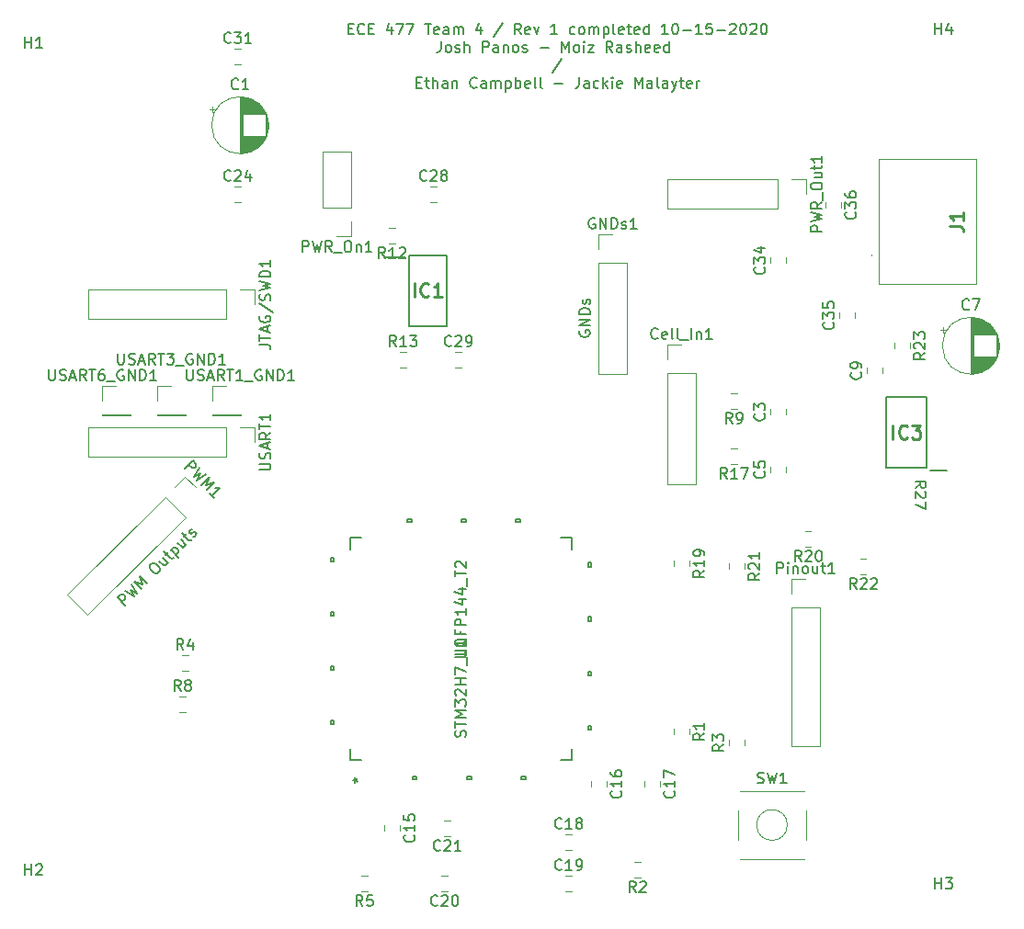
<source format=gbr>
%TF.GenerationSoftware,KiCad,Pcbnew,(5.1.6)-1*%
%TF.CreationDate,2020-10-23T19:33:20-04:00*%
%TF.ProjectId,ECE477,45434534-3737-42e6-9b69-6361645f7063,rev?*%
%TF.SameCoordinates,Original*%
%TF.FileFunction,Legend,Top*%
%TF.FilePolarity,Positive*%
%FSLAX46Y46*%
G04 Gerber Fmt 4.6, Leading zero omitted, Abs format (unit mm)*
G04 Created by KiCad (PCBNEW (5.1.6)-1) date 2020-10-23 19:33:20*
%MOMM*%
%LPD*%
G01*
G04 APERTURE LIST*
%ADD10C,0.150000*%
%ADD11C,0.120000*%
%ADD12C,0.200000*%
%ADD13C,0.152400*%
%ADD14C,0.100000*%
%ADD15C,0.254000*%
G04 APERTURE END LIST*
D10*
X187748095Y-49523571D02*
X188081428Y-49523571D01*
X188224285Y-50047380D02*
X187748095Y-50047380D01*
X187748095Y-49047380D01*
X188224285Y-49047380D01*
X189224285Y-49952142D02*
X189176666Y-49999761D01*
X189033809Y-50047380D01*
X188938571Y-50047380D01*
X188795714Y-49999761D01*
X188700476Y-49904523D01*
X188652857Y-49809285D01*
X188605238Y-49618809D01*
X188605238Y-49475952D01*
X188652857Y-49285476D01*
X188700476Y-49190238D01*
X188795714Y-49095000D01*
X188938571Y-49047380D01*
X189033809Y-49047380D01*
X189176666Y-49095000D01*
X189224285Y-49142619D01*
X189652857Y-49523571D02*
X189986190Y-49523571D01*
X190129047Y-50047380D02*
X189652857Y-50047380D01*
X189652857Y-49047380D01*
X190129047Y-49047380D01*
X191748095Y-49380714D02*
X191748095Y-50047380D01*
X191510000Y-48999761D02*
X191271904Y-49714047D01*
X191890952Y-49714047D01*
X192176666Y-49047380D02*
X192843333Y-49047380D01*
X192414761Y-50047380D01*
X193129047Y-49047380D02*
X193795714Y-49047380D01*
X193367142Y-50047380D01*
X194795714Y-49047380D02*
X195367142Y-49047380D01*
X195081428Y-50047380D02*
X195081428Y-49047380D01*
X196081428Y-49999761D02*
X195986190Y-50047380D01*
X195795714Y-50047380D01*
X195700476Y-49999761D01*
X195652857Y-49904523D01*
X195652857Y-49523571D01*
X195700476Y-49428333D01*
X195795714Y-49380714D01*
X195986190Y-49380714D01*
X196081428Y-49428333D01*
X196129047Y-49523571D01*
X196129047Y-49618809D01*
X195652857Y-49714047D01*
X196986190Y-50047380D02*
X196986190Y-49523571D01*
X196938571Y-49428333D01*
X196843333Y-49380714D01*
X196652857Y-49380714D01*
X196557619Y-49428333D01*
X196986190Y-49999761D02*
X196890952Y-50047380D01*
X196652857Y-50047380D01*
X196557619Y-49999761D01*
X196510000Y-49904523D01*
X196510000Y-49809285D01*
X196557619Y-49714047D01*
X196652857Y-49666428D01*
X196890952Y-49666428D01*
X196986190Y-49618809D01*
X197462380Y-50047380D02*
X197462380Y-49380714D01*
X197462380Y-49475952D02*
X197510000Y-49428333D01*
X197605238Y-49380714D01*
X197748095Y-49380714D01*
X197843333Y-49428333D01*
X197890952Y-49523571D01*
X197890952Y-50047380D01*
X197890952Y-49523571D02*
X197938571Y-49428333D01*
X198033809Y-49380714D01*
X198176666Y-49380714D01*
X198271904Y-49428333D01*
X198319523Y-49523571D01*
X198319523Y-50047380D01*
X199986190Y-49380714D02*
X199986190Y-50047380D01*
X199748095Y-48999761D02*
X199510000Y-49714047D01*
X200129047Y-49714047D01*
X201986190Y-48999761D02*
X201129047Y-50285476D01*
X203652857Y-50047380D02*
X203319523Y-49571190D01*
X203081428Y-50047380D02*
X203081428Y-49047380D01*
X203462380Y-49047380D01*
X203557619Y-49095000D01*
X203605238Y-49142619D01*
X203652857Y-49237857D01*
X203652857Y-49380714D01*
X203605238Y-49475952D01*
X203557619Y-49523571D01*
X203462380Y-49571190D01*
X203081428Y-49571190D01*
X204462380Y-49999761D02*
X204367142Y-50047380D01*
X204176666Y-50047380D01*
X204081428Y-49999761D01*
X204033809Y-49904523D01*
X204033809Y-49523571D01*
X204081428Y-49428333D01*
X204176666Y-49380714D01*
X204367142Y-49380714D01*
X204462380Y-49428333D01*
X204510000Y-49523571D01*
X204510000Y-49618809D01*
X204033809Y-49714047D01*
X204843333Y-49380714D02*
X205081428Y-50047380D01*
X205319523Y-49380714D01*
X206986190Y-50047380D02*
X206414761Y-50047380D01*
X206700476Y-50047380D02*
X206700476Y-49047380D01*
X206605238Y-49190238D01*
X206510000Y-49285476D01*
X206414761Y-49333095D01*
X208605238Y-49999761D02*
X208510000Y-50047380D01*
X208319523Y-50047380D01*
X208224285Y-49999761D01*
X208176666Y-49952142D01*
X208129047Y-49856904D01*
X208129047Y-49571190D01*
X208176666Y-49475952D01*
X208224285Y-49428333D01*
X208319523Y-49380714D01*
X208510000Y-49380714D01*
X208605238Y-49428333D01*
X209176666Y-50047380D02*
X209081428Y-49999761D01*
X209033809Y-49952142D01*
X208986190Y-49856904D01*
X208986190Y-49571190D01*
X209033809Y-49475952D01*
X209081428Y-49428333D01*
X209176666Y-49380714D01*
X209319523Y-49380714D01*
X209414761Y-49428333D01*
X209462380Y-49475952D01*
X209510000Y-49571190D01*
X209510000Y-49856904D01*
X209462380Y-49952142D01*
X209414761Y-49999761D01*
X209319523Y-50047380D01*
X209176666Y-50047380D01*
X209938571Y-50047380D02*
X209938571Y-49380714D01*
X209938571Y-49475952D02*
X209986190Y-49428333D01*
X210081428Y-49380714D01*
X210224285Y-49380714D01*
X210319523Y-49428333D01*
X210367142Y-49523571D01*
X210367142Y-50047380D01*
X210367142Y-49523571D02*
X210414761Y-49428333D01*
X210510000Y-49380714D01*
X210652857Y-49380714D01*
X210748095Y-49428333D01*
X210795714Y-49523571D01*
X210795714Y-50047380D01*
X211271904Y-49380714D02*
X211271904Y-50380714D01*
X211271904Y-49428333D02*
X211367142Y-49380714D01*
X211557619Y-49380714D01*
X211652857Y-49428333D01*
X211700476Y-49475952D01*
X211748095Y-49571190D01*
X211748095Y-49856904D01*
X211700476Y-49952142D01*
X211652857Y-49999761D01*
X211557619Y-50047380D01*
X211367142Y-50047380D01*
X211271904Y-49999761D01*
X212319523Y-50047380D02*
X212224285Y-49999761D01*
X212176666Y-49904523D01*
X212176666Y-49047380D01*
X213081428Y-49999761D02*
X212986190Y-50047380D01*
X212795714Y-50047380D01*
X212700476Y-49999761D01*
X212652857Y-49904523D01*
X212652857Y-49523571D01*
X212700476Y-49428333D01*
X212795714Y-49380714D01*
X212986190Y-49380714D01*
X213081428Y-49428333D01*
X213129047Y-49523571D01*
X213129047Y-49618809D01*
X212652857Y-49714047D01*
X213414761Y-49380714D02*
X213795714Y-49380714D01*
X213557619Y-49047380D02*
X213557619Y-49904523D01*
X213605238Y-49999761D01*
X213700476Y-50047380D01*
X213795714Y-50047380D01*
X214510000Y-49999761D02*
X214414761Y-50047380D01*
X214224285Y-50047380D01*
X214129047Y-49999761D01*
X214081428Y-49904523D01*
X214081428Y-49523571D01*
X214129047Y-49428333D01*
X214224285Y-49380714D01*
X214414761Y-49380714D01*
X214510000Y-49428333D01*
X214557619Y-49523571D01*
X214557619Y-49618809D01*
X214081428Y-49714047D01*
X215414761Y-50047380D02*
X215414761Y-49047380D01*
X215414761Y-49999761D02*
X215319523Y-50047380D01*
X215129047Y-50047380D01*
X215033809Y-49999761D01*
X214986190Y-49952142D01*
X214938571Y-49856904D01*
X214938571Y-49571190D01*
X214986190Y-49475952D01*
X215033809Y-49428333D01*
X215129047Y-49380714D01*
X215319523Y-49380714D01*
X215414761Y-49428333D01*
X217176666Y-50047380D02*
X216605238Y-50047380D01*
X216890952Y-50047380D02*
X216890952Y-49047380D01*
X216795714Y-49190238D01*
X216700476Y-49285476D01*
X216605238Y-49333095D01*
X217795714Y-49047380D02*
X217890952Y-49047380D01*
X217986190Y-49095000D01*
X218033809Y-49142619D01*
X218081428Y-49237857D01*
X218129047Y-49428333D01*
X218129047Y-49666428D01*
X218081428Y-49856904D01*
X218033809Y-49952142D01*
X217986190Y-49999761D01*
X217890952Y-50047380D01*
X217795714Y-50047380D01*
X217700476Y-49999761D01*
X217652857Y-49952142D01*
X217605238Y-49856904D01*
X217557619Y-49666428D01*
X217557619Y-49428333D01*
X217605238Y-49237857D01*
X217652857Y-49142619D01*
X217700476Y-49095000D01*
X217795714Y-49047380D01*
X218557619Y-49666428D02*
X219319523Y-49666428D01*
X220319523Y-50047380D02*
X219748095Y-50047380D01*
X220033809Y-50047380D02*
X220033809Y-49047380D01*
X219938571Y-49190238D01*
X219843333Y-49285476D01*
X219748095Y-49333095D01*
X221224285Y-49047380D02*
X220748095Y-49047380D01*
X220700476Y-49523571D01*
X220748095Y-49475952D01*
X220843333Y-49428333D01*
X221081428Y-49428333D01*
X221176666Y-49475952D01*
X221224285Y-49523571D01*
X221271904Y-49618809D01*
X221271904Y-49856904D01*
X221224285Y-49952142D01*
X221176666Y-49999761D01*
X221081428Y-50047380D01*
X220843333Y-50047380D01*
X220748095Y-49999761D01*
X220700476Y-49952142D01*
X221700476Y-49666428D02*
X222462380Y-49666428D01*
X222890952Y-49142619D02*
X222938571Y-49095000D01*
X223033809Y-49047380D01*
X223271904Y-49047380D01*
X223367142Y-49095000D01*
X223414761Y-49142619D01*
X223462380Y-49237857D01*
X223462380Y-49333095D01*
X223414761Y-49475952D01*
X222843333Y-50047380D01*
X223462380Y-50047380D01*
X224081428Y-49047380D02*
X224176666Y-49047380D01*
X224271904Y-49095000D01*
X224319523Y-49142619D01*
X224367142Y-49237857D01*
X224414761Y-49428333D01*
X224414761Y-49666428D01*
X224367142Y-49856904D01*
X224319523Y-49952142D01*
X224271904Y-49999761D01*
X224176666Y-50047380D01*
X224081428Y-50047380D01*
X223986190Y-49999761D01*
X223938571Y-49952142D01*
X223890952Y-49856904D01*
X223843333Y-49666428D01*
X223843333Y-49428333D01*
X223890952Y-49237857D01*
X223938571Y-49142619D01*
X223986190Y-49095000D01*
X224081428Y-49047380D01*
X224795714Y-49142619D02*
X224843333Y-49095000D01*
X224938571Y-49047380D01*
X225176666Y-49047380D01*
X225271904Y-49095000D01*
X225319523Y-49142619D01*
X225367142Y-49237857D01*
X225367142Y-49333095D01*
X225319523Y-49475952D01*
X224748095Y-50047380D01*
X225367142Y-50047380D01*
X225986190Y-49047380D02*
X226081428Y-49047380D01*
X226176666Y-49095000D01*
X226224285Y-49142619D01*
X226271904Y-49237857D01*
X226319523Y-49428333D01*
X226319523Y-49666428D01*
X226271904Y-49856904D01*
X226224285Y-49952142D01*
X226176666Y-49999761D01*
X226081428Y-50047380D01*
X225986190Y-50047380D01*
X225890952Y-49999761D01*
X225843333Y-49952142D01*
X225795714Y-49856904D01*
X225748095Y-49666428D01*
X225748095Y-49428333D01*
X225795714Y-49237857D01*
X225843333Y-49142619D01*
X225890952Y-49095000D01*
X225986190Y-49047380D01*
X196271904Y-50697380D02*
X196271904Y-51411666D01*
X196224285Y-51554523D01*
X196129047Y-51649761D01*
X195986190Y-51697380D01*
X195890952Y-51697380D01*
X196890952Y-51697380D02*
X196795714Y-51649761D01*
X196748095Y-51602142D01*
X196700476Y-51506904D01*
X196700476Y-51221190D01*
X196748095Y-51125952D01*
X196795714Y-51078333D01*
X196890952Y-51030714D01*
X197033809Y-51030714D01*
X197129047Y-51078333D01*
X197176666Y-51125952D01*
X197224285Y-51221190D01*
X197224285Y-51506904D01*
X197176666Y-51602142D01*
X197129047Y-51649761D01*
X197033809Y-51697380D01*
X196890952Y-51697380D01*
X197605238Y-51649761D02*
X197700476Y-51697380D01*
X197890952Y-51697380D01*
X197986190Y-51649761D01*
X198033809Y-51554523D01*
X198033809Y-51506904D01*
X197986190Y-51411666D01*
X197890952Y-51364047D01*
X197748095Y-51364047D01*
X197652857Y-51316428D01*
X197605238Y-51221190D01*
X197605238Y-51173571D01*
X197652857Y-51078333D01*
X197748095Y-51030714D01*
X197890952Y-51030714D01*
X197986190Y-51078333D01*
X198462380Y-51697380D02*
X198462380Y-50697380D01*
X198890952Y-51697380D02*
X198890952Y-51173571D01*
X198843333Y-51078333D01*
X198748095Y-51030714D01*
X198605238Y-51030714D01*
X198510000Y-51078333D01*
X198462380Y-51125952D01*
X200129047Y-51697380D02*
X200129047Y-50697380D01*
X200510000Y-50697380D01*
X200605238Y-50745000D01*
X200652857Y-50792619D01*
X200700476Y-50887857D01*
X200700476Y-51030714D01*
X200652857Y-51125952D01*
X200605238Y-51173571D01*
X200510000Y-51221190D01*
X200129047Y-51221190D01*
X201557619Y-51697380D02*
X201557619Y-51173571D01*
X201510000Y-51078333D01*
X201414761Y-51030714D01*
X201224285Y-51030714D01*
X201129047Y-51078333D01*
X201557619Y-51649761D02*
X201462380Y-51697380D01*
X201224285Y-51697380D01*
X201129047Y-51649761D01*
X201081428Y-51554523D01*
X201081428Y-51459285D01*
X201129047Y-51364047D01*
X201224285Y-51316428D01*
X201462380Y-51316428D01*
X201557619Y-51268809D01*
X202033809Y-51030714D02*
X202033809Y-51697380D01*
X202033809Y-51125952D02*
X202081428Y-51078333D01*
X202176666Y-51030714D01*
X202319523Y-51030714D01*
X202414761Y-51078333D01*
X202462380Y-51173571D01*
X202462380Y-51697380D01*
X203081428Y-51697380D02*
X202986190Y-51649761D01*
X202938571Y-51602142D01*
X202890952Y-51506904D01*
X202890952Y-51221190D01*
X202938571Y-51125952D01*
X202986190Y-51078333D01*
X203081428Y-51030714D01*
X203224285Y-51030714D01*
X203319523Y-51078333D01*
X203367142Y-51125952D01*
X203414761Y-51221190D01*
X203414761Y-51506904D01*
X203367142Y-51602142D01*
X203319523Y-51649761D01*
X203224285Y-51697380D01*
X203081428Y-51697380D01*
X203795714Y-51649761D02*
X203890952Y-51697380D01*
X204081428Y-51697380D01*
X204176666Y-51649761D01*
X204224285Y-51554523D01*
X204224285Y-51506904D01*
X204176666Y-51411666D01*
X204081428Y-51364047D01*
X203938571Y-51364047D01*
X203843333Y-51316428D01*
X203795714Y-51221190D01*
X203795714Y-51173571D01*
X203843333Y-51078333D01*
X203938571Y-51030714D01*
X204081428Y-51030714D01*
X204176666Y-51078333D01*
X205414761Y-51316428D02*
X206176666Y-51316428D01*
X207414761Y-51697380D02*
X207414761Y-50697380D01*
X207748095Y-51411666D01*
X208081428Y-50697380D01*
X208081428Y-51697380D01*
X208700476Y-51697380D02*
X208605238Y-51649761D01*
X208557619Y-51602142D01*
X208510000Y-51506904D01*
X208510000Y-51221190D01*
X208557619Y-51125952D01*
X208605238Y-51078333D01*
X208700476Y-51030714D01*
X208843333Y-51030714D01*
X208938571Y-51078333D01*
X208986190Y-51125952D01*
X209033809Y-51221190D01*
X209033809Y-51506904D01*
X208986190Y-51602142D01*
X208938571Y-51649761D01*
X208843333Y-51697380D01*
X208700476Y-51697380D01*
X209462380Y-51697380D02*
X209462380Y-51030714D01*
X209462380Y-50697380D02*
X209414761Y-50745000D01*
X209462380Y-50792619D01*
X209510000Y-50745000D01*
X209462380Y-50697380D01*
X209462380Y-50792619D01*
X209843333Y-51030714D02*
X210367142Y-51030714D01*
X209843333Y-51697380D01*
X210367142Y-51697380D01*
X212081428Y-51697380D02*
X211748095Y-51221190D01*
X211510000Y-51697380D02*
X211510000Y-50697380D01*
X211890952Y-50697380D01*
X211986190Y-50745000D01*
X212033809Y-50792619D01*
X212081428Y-50887857D01*
X212081428Y-51030714D01*
X212033809Y-51125952D01*
X211986190Y-51173571D01*
X211890952Y-51221190D01*
X211510000Y-51221190D01*
X212938571Y-51697380D02*
X212938571Y-51173571D01*
X212890952Y-51078333D01*
X212795714Y-51030714D01*
X212605238Y-51030714D01*
X212510000Y-51078333D01*
X212938571Y-51649761D02*
X212843333Y-51697380D01*
X212605238Y-51697380D01*
X212510000Y-51649761D01*
X212462380Y-51554523D01*
X212462380Y-51459285D01*
X212510000Y-51364047D01*
X212605238Y-51316428D01*
X212843333Y-51316428D01*
X212938571Y-51268809D01*
X213367142Y-51649761D02*
X213462380Y-51697380D01*
X213652857Y-51697380D01*
X213748095Y-51649761D01*
X213795714Y-51554523D01*
X213795714Y-51506904D01*
X213748095Y-51411666D01*
X213652857Y-51364047D01*
X213509999Y-51364047D01*
X213414761Y-51316428D01*
X213367142Y-51221190D01*
X213367142Y-51173571D01*
X213414761Y-51078333D01*
X213509999Y-51030714D01*
X213652857Y-51030714D01*
X213748095Y-51078333D01*
X214224285Y-51697380D02*
X214224285Y-50697380D01*
X214652857Y-51697380D02*
X214652857Y-51173571D01*
X214605238Y-51078333D01*
X214509999Y-51030714D01*
X214367142Y-51030714D01*
X214271904Y-51078333D01*
X214224285Y-51125952D01*
X215509999Y-51649761D02*
X215414761Y-51697380D01*
X215224285Y-51697380D01*
X215129047Y-51649761D01*
X215081428Y-51554523D01*
X215081428Y-51173571D01*
X215129047Y-51078333D01*
X215224285Y-51030714D01*
X215414761Y-51030714D01*
X215509999Y-51078333D01*
X215557619Y-51173571D01*
X215557619Y-51268809D01*
X215081428Y-51364047D01*
X216367142Y-51649761D02*
X216271904Y-51697380D01*
X216081428Y-51697380D01*
X215986190Y-51649761D01*
X215938571Y-51554523D01*
X215938571Y-51173571D01*
X215986190Y-51078333D01*
X216081428Y-51030714D01*
X216271904Y-51030714D01*
X216367142Y-51078333D01*
X216414761Y-51173571D01*
X216414761Y-51268809D01*
X215938571Y-51364047D01*
X217271904Y-51697380D02*
X217271904Y-50697380D01*
X217271904Y-51649761D02*
X217176666Y-51697380D01*
X216986190Y-51697380D01*
X216890952Y-51649761D01*
X216843333Y-51602142D01*
X216795714Y-51506904D01*
X216795714Y-51221190D01*
X216843333Y-51125952D01*
X216890952Y-51078333D01*
X216986190Y-51030714D01*
X217176666Y-51030714D01*
X217271904Y-51078333D01*
X207438571Y-52299761D02*
X206581428Y-53585476D01*
X194057619Y-54473571D02*
X194390952Y-54473571D01*
X194533809Y-54997380D02*
X194057619Y-54997380D01*
X194057619Y-53997380D01*
X194533809Y-53997380D01*
X194819523Y-54330714D02*
X195200476Y-54330714D01*
X194962380Y-53997380D02*
X194962380Y-54854523D01*
X195009999Y-54949761D01*
X195105238Y-54997380D01*
X195200476Y-54997380D01*
X195533809Y-54997380D02*
X195533809Y-53997380D01*
X195962380Y-54997380D02*
X195962380Y-54473571D01*
X195914761Y-54378333D01*
X195819523Y-54330714D01*
X195676666Y-54330714D01*
X195581428Y-54378333D01*
X195533809Y-54425952D01*
X196867142Y-54997380D02*
X196867142Y-54473571D01*
X196819523Y-54378333D01*
X196724285Y-54330714D01*
X196533809Y-54330714D01*
X196438571Y-54378333D01*
X196867142Y-54949761D02*
X196771904Y-54997380D01*
X196533809Y-54997380D01*
X196438571Y-54949761D01*
X196390952Y-54854523D01*
X196390952Y-54759285D01*
X196438571Y-54664047D01*
X196533809Y-54616428D01*
X196771904Y-54616428D01*
X196867142Y-54568809D01*
X197343333Y-54330714D02*
X197343333Y-54997380D01*
X197343333Y-54425952D02*
X197390952Y-54378333D01*
X197486190Y-54330714D01*
X197629047Y-54330714D01*
X197724285Y-54378333D01*
X197771904Y-54473571D01*
X197771904Y-54997380D01*
X199581428Y-54902142D02*
X199533809Y-54949761D01*
X199390952Y-54997380D01*
X199295714Y-54997380D01*
X199152857Y-54949761D01*
X199057619Y-54854523D01*
X199009999Y-54759285D01*
X198962380Y-54568809D01*
X198962380Y-54425952D01*
X199009999Y-54235476D01*
X199057619Y-54140238D01*
X199152857Y-54045000D01*
X199295714Y-53997380D01*
X199390952Y-53997380D01*
X199533809Y-54045000D01*
X199581428Y-54092619D01*
X200438571Y-54997380D02*
X200438571Y-54473571D01*
X200390952Y-54378333D01*
X200295714Y-54330714D01*
X200105238Y-54330714D01*
X200009999Y-54378333D01*
X200438571Y-54949761D02*
X200343333Y-54997380D01*
X200105238Y-54997380D01*
X200009999Y-54949761D01*
X199962380Y-54854523D01*
X199962380Y-54759285D01*
X200009999Y-54664047D01*
X200105238Y-54616428D01*
X200343333Y-54616428D01*
X200438571Y-54568809D01*
X200914761Y-54997380D02*
X200914761Y-54330714D01*
X200914761Y-54425952D02*
X200962380Y-54378333D01*
X201057619Y-54330714D01*
X201200476Y-54330714D01*
X201295714Y-54378333D01*
X201343333Y-54473571D01*
X201343333Y-54997380D01*
X201343333Y-54473571D02*
X201390952Y-54378333D01*
X201486190Y-54330714D01*
X201629047Y-54330714D01*
X201724285Y-54378333D01*
X201771904Y-54473571D01*
X201771904Y-54997380D01*
X202248095Y-54330714D02*
X202248095Y-55330714D01*
X202248095Y-54378333D02*
X202343333Y-54330714D01*
X202533809Y-54330714D01*
X202629047Y-54378333D01*
X202676666Y-54425952D01*
X202724285Y-54521190D01*
X202724285Y-54806904D01*
X202676666Y-54902142D01*
X202629047Y-54949761D01*
X202533809Y-54997380D01*
X202343333Y-54997380D01*
X202248095Y-54949761D01*
X203152857Y-54997380D02*
X203152857Y-53997380D01*
X203152857Y-54378333D02*
X203248095Y-54330714D01*
X203438571Y-54330714D01*
X203533809Y-54378333D01*
X203581428Y-54425952D01*
X203629047Y-54521190D01*
X203629047Y-54806904D01*
X203581428Y-54902142D01*
X203533809Y-54949761D01*
X203438571Y-54997380D01*
X203248095Y-54997380D01*
X203152857Y-54949761D01*
X204438571Y-54949761D02*
X204343333Y-54997380D01*
X204152857Y-54997380D01*
X204057619Y-54949761D01*
X204009999Y-54854523D01*
X204009999Y-54473571D01*
X204057619Y-54378333D01*
X204152857Y-54330714D01*
X204343333Y-54330714D01*
X204438571Y-54378333D01*
X204486190Y-54473571D01*
X204486190Y-54568809D01*
X204009999Y-54664047D01*
X205057619Y-54997380D02*
X204962380Y-54949761D01*
X204914761Y-54854523D01*
X204914761Y-53997380D01*
X205581428Y-54997380D02*
X205486190Y-54949761D01*
X205438571Y-54854523D01*
X205438571Y-53997380D01*
X206724285Y-54616428D02*
X207486190Y-54616428D01*
X209009999Y-53997380D02*
X209009999Y-54711666D01*
X208962380Y-54854523D01*
X208867142Y-54949761D01*
X208724285Y-54997380D01*
X208629047Y-54997380D01*
X209914761Y-54997380D02*
X209914761Y-54473571D01*
X209867142Y-54378333D01*
X209771904Y-54330714D01*
X209581428Y-54330714D01*
X209486190Y-54378333D01*
X209914761Y-54949761D02*
X209819523Y-54997380D01*
X209581428Y-54997380D01*
X209486190Y-54949761D01*
X209438571Y-54854523D01*
X209438571Y-54759285D01*
X209486190Y-54664047D01*
X209581428Y-54616428D01*
X209819523Y-54616428D01*
X209914761Y-54568809D01*
X210819523Y-54949761D02*
X210724285Y-54997380D01*
X210533809Y-54997380D01*
X210438571Y-54949761D01*
X210390952Y-54902142D01*
X210343333Y-54806904D01*
X210343333Y-54521190D01*
X210390952Y-54425952D01*
X210438571Y-54378333D01*
X210533809Y-54330714D01*
X210724285Y-54330714D01*
X210819523Y-54378333D01*
X211248095Y-54997380D02*
X211248095Y-53997380D01*
X211343333Y-54616428D02*
X211629047Y-54997380D01*
X211629047Y-54330714D02*
X211248095Y-54711666D01*
X212057619Y-54997380D02*
X212057619Y-54330714D01*
X212057619Y-53997380D02*
X212009999Y-54045000D01*
X212057619Y-54092619D01*
X212105238Y-54045000D01*
X212057619Y-53997380D01*
X212057619Y-54092619D01*
X212914761Y-54949761D02*
X212819523Y-54997380D01*
X212629047Y-54997380D01*
X212533809Y-54949761D01*
X212486190Y-54854523D01*
X212486190Y-54473571D01*
X212533809Y-54378333D01*
X212629047Y-54330714D01*
X212819523Y-54330714D01*
X212914761Y-54378333D01*
X212962380Y-54473571D01*
X212962380Y-54568809D01*
X212486190Y-54664047D01*
X214152857Y-54997380D02*
X214152857Y-53997380D01*
X214486190Y-54711666D01*
X214819523Y-53997380D01*
X214819523Y-54997380D01*
X215724285Y-54997380D02*
X215724285Y-54473571D01*
X215676666Y-54378333D01*
X215581428Y-54330714D01*
X215390952Y-54330714D01*
X215295714Y-54378333D01*
X215724285Y-54949761D02*
X215629047Y-54997380D01*
X215390952Y-54997380D01*
X215295714Y-54949761D01*
X215248095Y-54854523D01*
X215248095Y-54759285D01*
X215295714Y-54664047D01*
X215390952Y-54616428D01*
X215629047Y-54616428D01*
X215724285Y-54568809D01*
X216343333Y-54997380D02*
X216248095Y-54949761D01*
X216200476Y-54854523D01*
X216200476Y-53997380D01*
X217152857Y-54997380D02*
X217152857Y-54473571D01*
X217105238Y-54378333D01*
X217009999Y-54330714D01*
X216819523Y-54330714D01*
X216724285Y-54378333D01*
X217152857Y-54949761D02*
X217057619Y-54997380D01*
X216819523Y-54997380D01*
X216724285Y-54949761D01*
X216676666Y-54854523D01*
X216676666Y-54759285D01*
X216724285Y-54664047D01*
X216819523Y-54616428D01*
X217057619Y-54616428D01*
X217152857Y-54568809D01*
X217533809Y-54330714D02*
X217771904Y-54997380D01*
X218009999Y-54330714D02*
X217771904Y-54997380D01*
X217676666Y-55235476D01*
X217629047Y-55283095D01*
X217533809Y-55330714D01*
X218248095Y-54330714D02*
X218629047Y-54330714D01*
X218390952Y-53997380D02*
X218390952Y-54854523D01*
X218438571Y-54949761D01*
X218533809Y-54997380D01*
X218629047Y-54997380D01*
X219343333Y-54949761D02*
X219248095Y-54997380D01*
X219057619Y-54997380D01*
X218962380Y-54949761D01*
X218914761Y-54854523D01*
X218914761Y-54473571D01*
X218962380Y-54378333D01*
X219057619Y-54330714D01*
X219248095Y-54330714D01*
X219343333Y-54378333D01*
X219390952Y-54473571D01*
X219390952Y-54568809D01*
X218914761Y-54664047D01*
X219819523Y-54997380D02*
X219819523Y-54330714D01*
X219819523Y-54521190D02*
X219867142Y-54425952D01*
X219914761Y-54378333D01*
X220009999Y-54330714D01*
X220105238Y-54330714D01*
X209050000Y-77366666D02*
X209002380Y-77461904D01*
X209002380Y-77604761D01*
X209050000Y-77747619D01*
X209145238Y-77842857D01*
X209240476Y-77890476D01*
X209430952Y-77938095D01*
X209573809Y-77938095D01*
X209764285Y-77890476D01*
X209859523Y-77842857D01*
X209954761Y-77747619D01*
X210002380Y-77604761D01*
X210002380Y-77509523D01*
X209954761Y-77366666D01*
X209907142Y-77319047D01*
X209573809Y-77319047D01*
X209573809Y-77509523D01*
X210002380Y-76890476D02*
X209002380Y-76890476D01*
X210002380Y-76319047D01*
X209002380Y-76319047D01*
X210002380Y-75842857D02*
X209002380Y-75842857D01*
X209002380Y-75604761D01*
X209050000Y-75461904D01*
X209145238Y-75366666D01*
X209240476Y-75319047D01*
X209430952Y-75271428D01*
X209573809Y-75271428D01*
X209764285Y-75319047D01*
X209859523Y-75366666D01*
X209954761Y-75461904D01*
X210002380Y-75604761D01*
X210002380Y-75842857D01*
X209954761Y-74890476D02*
X210002380Y-74795238D01*
X210002380Y-74604761D01*
X209954761Y-74509523D01*
X209859523Y-74461904D01*
X209811904Y-74461904D01*
X209716666Y-74509523D01*
X209669047Y-74604761D01*
X209669047Y-74747619D01*
X209621428Y-74842857D01*
X209526190Y-74890476D01*
X209478571Y-74890476D01*
X209383333Y-74842857D01*
X209335714Y-74747619D01*
X209335714Y-74604761D01*
X209383333Y-74509523D01*
X167216885Y-102662877D02*
X166509779Y-101955770D01*
X166779153Y-101686396D01*
X166880168Y-101652724D01*
X166947511Y-101652724D01*
X167048527Y-101686396D01*
X167149542Y-101787411D01*
X167183214Y-101888427D01*
X167183214Y-101955770D01*
X167149542Y-102056785D01*
X166880168Y-102326159D01*
X167149542Y-101316007D02*
X168025007Y-101854755D01*
X167654618Y-101214992D01*
X168294381Y-101585381D01*
X167755633Y-100709915D01*
X168732114Y-101147648D02*
X168025007Y-100440541D01*
X168765786Y-100709915D01*
X168496412Y-99969137D01*
X169203519Y-100676244D01*
X169506564Y-98958984D02*
X169641251Y-98824297D01*
X169742267Y-98790625D01*
X169876954Y-98790625D01*
X170045312Y-98891641D01*
X170281015Y-99127343D01*
X170382030Y-99295702D01*
X170382030Y-99430389D01*
X170348358Y-99531404D01*
X170213671Y-99666091D01*
X170112656Y-99699763D01*
X169977969Y-99699763D01*
X169809610Y-99598748D01*
X169573908Y-99363045D01*
X169472893Y-99194687D01*
X169472893Y-99060000D01*
X169506564Y-98958984D01*
X170651404Y-98285549D02*
X171122809Y-98756954D01*
X170348358Y-98588595D02*
X170718748Y-98958984D01*
X170819763Y-98992656D01*
X170920778Y-98958984D01*
X171021793Y-98857969D01*
X171055465Y-98756954D01*
X171055465Y-98689610D01*
X170887106Y-98049847D02*
X171156480Y-97780473D01*
X170752419Y-97713129D02*
X171358511Y-98319221D01*
X171459526Y-98352893D01*
X171560541Y-98319221D01*
X171627885Y-98251877D01*
X171392183Y-97544771D02*
X172099289Y-98251877D01*
X171425854Y-97578442D02*
X171459526Y-97477427D01*
X171594213Y-97342740D01*
X171695228Y-97309068D01*
X171762572Y-97309068D01*
X171863587Y-97342740D01*
X172065618Y-97544771D01*
X172099289Y-97645786D01*
X172099289Y-97713129D01*
X172065618Y-97814145D01*
X171930931Y-97948832D01*
X171829915Y-97982503D01*
X172334992Y-96601962D02*
X172806396Y-97073366D01*
X172031946Y-96905007D02*
X172402335Y-97275397D01*
X172503350Y-97309068D01*
X172604366Y-97275397D01*
X172705381Y-97174381D01*
X172739053Y-97073366D01*
X172739053Y-97006023D01*
X172570694Y-96366259D02*
X172840068Y-96096885D01*
X172436007Y-96029542D02*
X173042098Y-96635633D01*
X173143114Y-96669305D01*
X173244129Y-96635633D01*
X173311472Y-96568290D01*
X173479831Y-96332588D02*
X173580846Y-96298916D01*
X173715533Y-96164229D01*
X173749205Y-96063214D01*
X173715533Y-95962198D01*
X173681862Y-95928527D01*
X173580846Y-95894855D01*
X173479831Y-95928527D01*
X173378816Y-96029542D01*
X173277801Y-96063214D01*
X173176785Y-96029542D01*
X173143114Y-95995870D01*
X173109442Y-95894855D01*
X173143114Y-95793840D01*
X173244129Y-95692824D01*
X173345144Y-95659153D01*
D11*
%TO.C,PWR_On1*%
X188020000Y-60900000D02*
X185360000Y-60900000D01*
X188020000Y-66040000D02*
X188020000Y-60900000D01*
X185360000Y-66040000D02*
X185360000Y-60900000D01*
X188020000Y-66040000D02*
X185360000Y-66040000D01*
X188020000Y-67310000D02*
X188020000Y-68640000D01*
X188020000Y-68640000D02*
X186690000Y-68640000D01*
%TO.C,R23*%
X238050000Y-78478748D02*
X238050000Y-79001252D01*
X239470000Y-78478748D02*
X239470000Y-79001252D01*
%TO.C,R22*%
X235456252Y-98350000D02*
X234933748Y-98350000D01*
X235456252Y-99770000D02*
X234933748Y-99770000D01*
%TO.C,R21*%
X222810000Y-98798748D02*
X222810000Y-99321252D01*
X224230000Y-98798748D02*
X224230000Y-99321252D01*
%TO.C,R20*%
X230376252Y-95810000D02*
X229853748Y-95810000D01*
X230376252Y-97230000D02*
X229853748Y-97230000D01*
%TO.C,R19*%
X217730000Y-98553748D02*
X217730000Y-99076252D01*
X219150000Y-98553748D02*
X219150000Y-99076252D01*
%TO.C,R17*%
X223536252Y-88190000D02*
X223013748Y-88190000D01*
X223536252Y-89610000D02*
X223013748Y-89610000D01*
%TO.C,R9*%
X223536252Y-83110000D02*
X223013748Y-83110000D01*
X223536252Y-84530000D02*
X223013748Y-84530000D01*
D12*
%TO.C,IC3*%
X242833000Y-90245000D02*
X241358000Y-90245000D01*
X241008000Y-83495000D02*
X241008000Y-89995000D01*
X237308000Y-83495000D02*
X241008000Y-83495000D01*
X237308000Y-89995000D02*
X237308000Y-83495000D01*
X241008000Y-89995000D02*
X237308000Y-89995000D01*
D11*
%TO.C,C9*%
X236930000Y-81296252D02*
X236930000Y-80773748D01*
X235510000Y-81296252D02*
X235510000Y-80773748D01*
%TO.C,C7*%
X242535225Y-77015000D02*
X242535225Y-77515000D01*
X242285225Y-77265000D02*
X242785225Y-77265000D01*
X247691000Y-78456000D02*
X247691000Y-79024000D01*
X247651000Y-78222000D02*
X247651000Y-79258000D01*
X247611000Y-78063000D02*
X247611000Y-79417000D01*
X247571000Y-77935000D02*
X247571000Y-79545000D01*
X247531000Y-77825000D02*
X247531000Y-79655000D01*
X247491000Y-77729000D02*
X247491000Y-79751000D01*
X247451000Y-77642000D02*
X247451000Y-79838000D01*
X247411000Y-77562000D02*
X247411000Y-79918000D01*
X247371000Y-79780000D02*
X247371000Y-79991000D01*
X247371000Y-77489000D02*
X247371000Y-77700000D01*
X247331000Y-79780000D02*
X247331000Y-80059000D01*
X247331000Y-77421000D02*
X247331000Y-77700000D01*
X247291000Y-79780000D02*
X247291000Y-80123000D01*
X247291000Y-77357000D02*
X247291000Y-77700000D01*
X247251000Y-79780000D02*
X247251000Y-80183000D01*
X247251000Y-77297000D02*
X247251000Y-77700000D01*
X247211000Y-79780000D02*
X247211000Y-80240000D01*
X247211000Y-77240000D02*
X247211000Y-77700000D01*
X247171000Y-79780000D02*
X247171000Y-80294000D01*
X247171000Y-77186000D02*
X247171000Y-77700000D01*
X247131000Y-79780000D02*
X247131000Y-80345000D01*
X247131000Y-77135000D02*
X247131000Y-77700000D01*
X247091000Y-79780000D02*
X247091000Y-80393000D01*
X247091000Y-77087000D02*
X247091000Y-77700000D01*
X247051000Y-79780000D02*
X247051000Y-80439000D01*
X247051000Y-77041000D02*
X247051000Y-77700000D01*
X247011000Y-79780000D02*
X247011000Y-80483000D01*
X247011000Y-76997000D02*
X247011000Y-77700000D01*
X246971000Y-79780000D02*
X246971000Y-80525000D01*
X246971000Y-76955000D02*
X246971000Y-77700000D01*
X246931000Y-79780000D02*
X246931000Y-80566000D01*
X246931000Y-76914000D02*
X246931000Y-77700000D01*
X246891000Y-79780000D02*
X246891000Y-80604000D01*
X246891000Y-76876000D02*
X246891000Y-77700000D01*
X246851000Y-79780000D02*
X246851000Y-80641000D01*
X246851000Y-76839000D02*
X246851000Y-77700000D01*
X246811000Y-79780000D02*
X246811000Y-80677000D01*
X246811000Y-76803000D02*
X246811000Y-77700000D01*
X246771000Y-79780000D02*
X246771000Y-80711000D01*
X246771000Y-76769000D02*
X246771000Y-77700000D01*
X246731000Y-79780000D02*
X246731000Y-80744000D01*
X246731000Y-76736000D02*
X246731000Y-77700000D01*
X246691000Y-79780000D02*
X246691000Y-80775000D01*
X246691000Y-76705000D02*
X246691000Y-77700000D01*
X246651000Y-79780000D02*
X246651000Y-80805000D01*
X246651000Y-76675000D02*
X246651000Y-77700000D01*
X246611000Y-79780000D02*
X246611000Y-80835000D01*
X246611000Y-76645000D02*
X246611000Y-77700000D01*
X246571000Y-79780000D02*
X246571000Y-80862000D01*
X246571000Y-76618000D02*
X246571000Y-77700000D01*
X246531000Y-79780000D02*
X246531000Y-80889000D01*
X246531000Y-76591000D02*
X246531000Y-77700000D01*
X246491000Y-79780000D02*
X246491000Y-80915000D01*
X246491000Y-76565000D02*
X246491000Y-77700000D01*
X246451000Y-79780000D02*
X246451000Y-80940000D01*
X246451000Y-76540000D02*
X246451000Y-77700000D01*
X246411000Y-79780000D02*
X246411000Y-80964000D01*
X246411000Y-76516000D02*
X246411000Y-77700000D01*
X246371000Y-79780000D02*
X246371000Y-80987000D01*
X246371000Y-76493000D02*
X246371000Y-77700000D01*
X246331000Y-79780000D02*
X246331000Y-81008000D01*
X246331000Y-76472000D02*
X246331000Y-77700000D01*
X246291000Y-79780000D02*
X246291000Y-81030000D01*
X246291000Y-76450000D02*
X246291000Y-77700000D01*
X246251000Y-79780000D02*
X246251000Y-81050000D01*
X246251000Y-76430000D02*
X246251000Y-77700000D01*
X246211000Y-79780000D02*
X246211000Y-81069000D01*
X246211000Y-76411000D02*
X246211000Y-77700000D01*
X246171000Y-79780000D02*
X246171000Y-81088000D01*
X246171000Y-76392000D02*
X246171000Y-77700000D01*
X246131000Y-79780000D02*
X246131000Y-81105000D01*
X246131000Y-76375000D02*
X246131000Y-77700000D01*
X246091000Y-79780000D02*
X246091000Y-81122000D01*
X246091000Y-76358000D02*
X246091000Y-77700000D01*
X246051000Y-79780000D02*
X246051000Y-81138000D01*
X246051000Y-76342000D02*
X246051000Y-77700000D01*
X246011000Y-79780000D02*
X246011000Y-81154000D01*
X246011000Y-76326000D02*
X246011000Y-77700000D01*
X245971000Y-79780000D02*
X245971000Y-81168000D01*
X245971000Y-76312000D02*
X245971000Y-77700000D01*
X245931000Y-79780000D02*
X245931000Y-81182000D01*
X245931000Y-76298000D02*
X245931000Y-77700000D01*
X245891000Y-79780000D02*
X245891000Y-81195000D01*
X245891000Y-76285000D02*
X245891000Y-77700000D01*
X245851000Y-79780000D02*
X245851000Y-81208000D01*
X245851000Y-76272000D02*
X245851000Y-77700000D01*
X245811000Y-79780000D02*
X245811000Y-81220000D01*
X245811000Y-76260000D02*
X245811000Y-77700000D01*
X245770000Y-79780000D02*
X245770000Y-81231000D01*
X245770000Y-76249000D02*
X245770000Y-77700000D01*
X245730000Y-79780000D02*
X245730000Y-81241000D01*
X245730000Y-76239000D02*
X245730000Y-77700000D01*
X245690000Y-79780000D02*
X245690000Y-81251000D01*
X245690000Y-76229000D02*
X245690000Y-77700000D01*
X245650000Y-79780000D02*
X245650000Y-81260000D01*
X245650000Y-76220000D02*
X245650000Y-77700000D01*
X245610000Y-79780000D02*
X245610000Y-81268000D01*
X245610000Y-76212000D02*
X245610000Y-77700000D01*
X245570000Y-79780000D02*
X245570000Y-81276000D01*
X245570000Y-76204000D02*
X245570000Y-77700000D01*
X245530000Y-79780000D02*
X245530000Y-81283000D01*
X245530000Y-76197000D02*
X245530000Y-77700000D01*
X245490000Y-79780000D02*
X245490000Y-81290000D01*
X245490000Y-76190000D02*
X245490000Y-77700000D01*
X245450000Y-79780000D02*
X245450000Y-81296000D01*
X245450000Y-76184000D02*
X245450000Y-77700000D01*
X245410000Y-79780000D02*
X245410000Y-81301000D01*
X245410000Y-76179000D02*
X245410000Y-77700000D01*
X245370000Y-79780000D02*
X245370000Y-81305000D01*
X245370000Y-76175000D02*
X245370000Y-77700000D01*
X245330000Y-79780000D02*
X245330000Y-81309000D01*
X245330000Y-76171000D02*
X245330000Y-77700000D01*
X245290000Y-76167000D02*
X245290000Y-81313000D01*
X245250000Y-76164000D02*
X245250000Y-81316000D01*
X245210000Y-76162000D02*
X245210000Y-81318000D01*
X245170000Y-76161000D02*
X245170000Y-81319000D01*
X245130000Y-76160000D02*
X245130000Y-81320000D01*
X245090000Y-76160000D02*
X245090000Y-81320000D01*
X247710000Y-78740000D02*
G75*
G03*
X247710000Y-78740000I-2620000J0D01*
G01*
%TO.C,C5*%
X228040000Y-90431252D02*
X228040000Y-89908748D01*
X226620000Y-90431252D02*
X226620000Y-89908748D01*
%TO.C,C3*%
X228040000Y-85106252D02*
X228040000Y-84583748D01*
X226620000Y-85106252D02*
X226620000Y-84583748D01*
%TO.C,USART1_GND1*%
X175200000Y-82490000D02*
X176530000Y-82490000D01*
X175200000Y-83820000D02*
X175200000Y-82490000D01*
X175200000Y-85090000D02*
X177860000Y-85090000D01*
X177860000Y-85090000D02*
X177860000Y-85150000D01*
X175200000Y-85090000D02*
X175200000Y-85150000D01*
X175200000Y-85150000D02*
X177860000Y-85150000D01*
%TO.C,USART3_GND1*%
X170120000Y-82490000D02*
X171450000Y-82490000D01*
X170120000Y-83820000D02*
X170120000Y-82490000D01*
X170120000Y-85090000D02*
X172780000Y-85090000D01*
X172780000Y-85090000D02*
X172780000Y-85150000D01*
X170120000Y-85090000D02*
X170120000Y-85150000D01*
X170120000Y-85150000D02*
X172780000Y-85150000D01*
%TO.C,USART6_GND1*%
X165040000Y-82490000D02*
X166370000Y-82490000D01*
X165040000Y-83820000D02*
X165040000Y-82490000D01*
X165040000Y-85090000D02*
X167700000Y-85090000D01*
X167700000Y-85090000D02*
X167700000Y-85150000D01*
X165040000Y-85090000D02*
X165040000Y-85150000D01*
X165040000Y-85150000D02*
X167700000Y-85150000D01*
%TO.C,Pinout1*%
X228540000Y-100270000D02*
X229870000Y-100270000D01*
X228540000Y-101600000D02*
X228540000Y-100270000D01*
X228540000Y-102870000D02*
X231200000Y-102870000D01*
X231200000Y-102870000D02*
X231200000Y-115630000D01*
X228540000Y-102870000D02*
X228540000Y-115630000D01*
X228540000Y-115630000D02*
X231200000Y-115630000D01*
%TO.C,C31*%
X177293748Y-52780000D02*
X177816252Y-52780000D01*
X177293748Y-51360000D02*
X177816252Y-51360000D01*
%TO.C,C24*%
X177293748Y-65480000D02*
X177816252Y-65480000D01*
X177293748Y-64060000D02*
X177816252Y-64060000D01*
%TO.C,C1*%
X175225225Y-56695000D02*
X175225225Y-57195000D01*
X174975225Y-56945000D02*
X175475225Y-56945000D01*
X180381000Y-58136000D02*
X180381000Y-58704000D01*
X180341000Y-57902000D02*
X180341000Y-58938000D01*
X180301000Y-57743000D02*
X180301000Y-59097000D01*
X180261000Y-57615000D02*
X180261000Y-59225000D01*
X180221000Y-57505000D02*
X180221000Y-59335000D01*
X180181000Y-57409000D02*
X180181000Y-59431000D01*
X180141000Y-57322000D02*
X180141000Y-59518000D01*
X180101000Y-57242000D02*
X180101000Y-59598000D01*
X180061000Y-59460000D02*
X180061000Y-59671000D01*
X180061000Y-57169000D02*
X180061000Y-57380000D01*
X180021000Y-59460000D02*
X180021000Y-59739000D01*
X180021000Y-57101000D02*
X180021000Y-57380000D01*
X179981000Y-59460000D02*
X179981000Y-59803000D01*
X179981000Y-57037000D02*
X179981000Y-57380000D01*
X179941000Y-59460000D02*
X179941000Y-59863000D01*
X179941000Y-56977000D02*
X179941000Y-57380000D01*
X179901000Y-59460000D02*
X179901000Y-59920000D01*
X179901000Y-56920000D02*
X179901000Y-57380000D01*
X179861000Y-59460000D02*
X179861000Y-59974000D01*
X179861000Y-56866000D02*
X179861000Y-57380000D01*
X179821000Y-59460000D02*
X179821000Y-60025000D01*
X179821000Y-56815000D02*
X179821000Y-57380000D01*
X179781000Y-59460000D02*
X179781000Y-60073000D01*
X179781000Y-56767000D02*
X179781000Y-57380000D01*
X179741000Y-59460000D02*
X179741000Y-60119000D01*
X179741000Y-56721000D02*
X179741000Y-57380000D01*
X179701000Y-59460000D02*
X179701000Y-60163000D01*
X179701000Y-56677000D02*
X179701000Y-57380000D01*
X179661000Y-59460000D02*
X179661000Y-60205000D01*
X179661000Y-56635000D02*
X179661000Y-57380000D01*
X179621000Y-59460000D02*
X179621000Y-60246000D01*
X179621000Y-56594000D02*
X179621000Y-57380000D01*
X179581000Y-59460000D02*
X179581000Y-60284000D01*
X179581000Y-56556000D02*
X179581000Y-57380000D01*
X179541000Y-59460000D02*
X179541000Y-60321000D01*
X179541000Y-56519000D02*
X179541000Y-57380000D01*
X179501000Y-59460000D02*
X179501000Y-60357000D01*
X179501000Y-56483000D02*
X179501000Y-57380000D01*
X179461000Y-59460000D02*
X179461000Y-60391000D01*
X179461000Y-56449000D02*
X179461000Y-57380000D01*
X179421000Y-59460000D02*
X179421000Y-60424000D01*
X179421000Y-56416000D02*
X179421000Y-57380000D01*
X179381000Y-59460000D02*
X179381000Y-60455000D01*
X179381000Y-56385000D02*
X179381000Y-57380000D01*
X179341000Y-59460000D02*
X179341000Y-60485000D01*
X179341000Y-56355000D02*
X179341000Y-57380000D01*
X179301000Y-59460000D02*
X179301000Y-60515000D01*
X179301000Y-56325000D02*
X179301000Y-57380000D01*
X179261000Y-59460000D02*
X179261000Y-60542000D01*
X179261000Y-56298000D02*
X179261000Y-57380000D01*
X179221000Y-59460000D02*
X179221000Y-60569000D01*
X179221000Y-56271000D02*
X179221000Y-57380000D01*
X179181000Y-59460000D02*
X179181000Y-60595000D01*
X179181000Y-56245000D02*
X179181000Y-57380000D01*
X179141000Y-59460000D02*
X179141000Y-60620000D01*
X179141000Y-56220000D02*
X179141000Y-57380000D01*
X179101000Y-59460000D02*
X179101000Y-60644000D01*
X179101000Y-56196000D02*
X179101000Y-57380000D01*
X179061000Y-59460000D02*
X179061000Y-60667000D01*
X179061000Y-56173000D02*
X179061000Y-57380000D01*
X179021000Y-59460000D02*
X179021000Y-60688000D01*
X179021000Y-56152000D02*
X179021000Y-57380000D01*
X178981000Y-59460000D02*
X178981000Y-60710000D01*
X178981000Y-56130000D02*
X178981000Y-57380000D01*
X178941000Y-59460000D02*
X178941000Y-60730000D01*
X178941000Y-56110000D02*
X178941000Y-57380000D01*
X178901000Y-59460000D02*
X178901000Y-60749000D01*
X178901000Y-56091000D02*
X178901000Y-57380000D01*
X178861000Y-59460000D02*
X178861000Y-60768000D01*
X178861000Y-56072000D02*
X178861000Y-57380000D01*
X178821000Y-59460000D02*
X178821000Y-60785000D01*
X178821000Y-56055000D02*
X178821000Y-57380000D01*
X178781000Y-59460000D02*
X178781000Y-60802000D01*
X178781000Y-56038000D02*
X178781000Y-57380000D01*
X178741000Y-59460000D02*
X178741000Y-60818000D01*
X178741000Y-56022000D02*
X178741000Y-57380000D01*
X178701000Y-59460000D02*
X178701000Y-60834000D01*
X178701000Y-56006000D02*
X178701000Y-57380000D01*
X178661000Y-59460000D02*
X178661000Y-60848000D01*
X178661000Y-55992000D02*
X178661000Y-57380000D01*
X178621000Y-59460000D02*
X178621000Y-60862000D01*
X178621000Y-55978000D02*
X178621000Y-57380000D01*
X178581000Y-59460000D02*
X178581000Y-60875000D01*
X178581000Y-55965000D02*
X178581000Y-57380000D01*
X178541000Y-59460000D02*
X178541000Y-60888000D01*
X178541000Y-55952000D02*
X178541000Y-57380000D01*
X178501000Y-59460000D02*
X178501000Y-60900000D01*
X178501000Y-55940000D02*
X178501000Y-57380000D01*
X178460000Y-59460000D02*
X178460000Y-60911000D01*
X178460000Y-55929000D02*
X178460000Y-57380000D01*
X178420000Y-59460000D02*
X178420000Y-60921000D01*
X178420000Y-55919000D02*
X178420000Y-57380000D01*
X178380000Y-59460000D02*
X178380000Y-60931000D01*
X178380000Y-55909000D02*
X178380000Y-57380000D01*
X178340000Y-59460000D02*
X178340000Y-60940000D01*
X178340000Y-55900000D02*
X178340000Y-57380000D01*
X178300000Y-59460000D02*
X178300000Y-60948000D01*
X178300000Y-55892000D02*
X178300000Y-57380000D01*
X178260000Y-59460000D02*
X178260000Y-60956000D01*
X178260000Y-55884000D02*
X178260000Y-57380000D01*
X178220000Y-59460000D02*
X178220000Y-60963000D01*
X178220000Y-55877000D02*
X178220000Y-57380000D01*
X178180000Y-59460000D02*
X178180000Y-60970000D01*
X178180000Y-55870000D02*
X178180000Y-57380000D01*
X178140000Y-59460000D02*
X178140000Y-60976000D01*
X178140000Y-55864000D02*
X178140000Y-57380000D01*
X178100000Y-59460000D02*
X178100000Y-60981000D01*
X178100000Y-55859000D02*
X178100000Y-57380000D01*
X178060000Y-59460000D02*
X178060000Y-60985000D01*
X178060000Y-55855000D02*
X178060000Y-57380000D01*
X178020000Y-59460000D02*
X178020000Y-60989000D01*
X178020000Y-55851000D02*
X178020000Y-57380000D01*
X177980000Y-55847000D02*
X177980000Y-60993000D01*
X177940000Y-55844000D02*
X177940000Y-60996000D01*
X177900000Y-55842000D02*
X177900000Y-60998000D01*
X177860000Y-55841000D02*
X177860000Y-60999000D01*
X177820000Y-55840000D02*
X177820000Y-61000000D01*
X177780000Y-55840000D02*
X177780000Y-61000000D01*
X180400000Y-58420000D02*
G75*
G03*
X180400000Y-58420000I-2620000J0D01*
G01*
%TO.C,JTAG/SWD1*%
X163770000Y-73600000D02*
X163770000Y-76260000D01*
X176530000Y-73600000D02*
X163770000Y-73600000D01*
X176530000Y-76260000D02*
X163770000Y-76260000D01*
X176530000Y-73600000D02*
X176530000Y-76260000D01*
X177800000Y-73600000D02*
X179130000Y-73600000D01*
X179130000Y-73600000D02*
X179130000Y-74930000D01*
%TO.C,PWM1*%
X161858840Y-101690256D02*
X163739744Y-103571160D01*
X170881522Y-92667574D02*
X161858840Y-101690256D01*
X172762426Y-94548478D02*
X163739744Y-103571160D01*
X170881522Y-92667574D02*
X172762426Y-94548478D01*
X171779548Y-91769548D02*
X172720000Y-90829096D01*
X172720000Y-90829096D02*
X173660452Y-91769548D01*
%TO.C,USART1*%
X163770000Y-86300000D02*
X163770000Y-88960000D01*
X176530000Y-86300000D02*
X163770000Y-86300000D01*
X176530000Y-88960000D02*
X163770000Y-88960000D01*
X176530000Y-86300000D02*
X176530000Y-88960000D01*
X177800000Y-86300000D02*
X179130000Y-86300000D01*
X179130000Y-86300000D02*
X179130000Y-87630000D01*
%TO.C,GNDs1*%
X210760000Y-81340000D02*
X213420000Y-81340000D01*
X210760000Y-71120000D02*
X210760000Y-81340000D01*
X213420000Y-71120000D02*
X213420000Y-81340000D01*
X210760000Y-71120000D02*
X213420000Y-71120000D01*
X210760000Y-69850000D02*
X210760000Y-68520000D01*
X210760000Y-68520000D02*
X212090000Y-68520000D01*
%TO.C,Cell_In1*%
X217110000Y-91500000D02*
X219770000Y-91500000D01*
X217110000Y-81280000D02*
X217110000Y-91500000D01*
X219770000Y-81280000D02*
X219770000Y-91500000D01*
X217110000Y-81280000D02*
X219770000Y-81280000D01*
X217110000Y-80010000D02*
X217110000Y-78680000D01*
X217110000Y-78680000D02*
X218440000Y-78680000D01*
%TO.C,PWR_Out1*%
X217110000Y-63440000D02*
X217110000Y-66100000D01*
X227330000Y-63440000D02*
X217110000Y-63440000D01*
X227330000Y-66100000D02*
X217110000Y-66100000D01*
X227330000Y-63440000D02*
X227330000Y-66100000D01*
X228600000Y-63440000D02*
X229930000Y-63440000D01*
X229930000Y-63440000D02*
X229930000Y-64770000D01*
%TO.C,R5*%
X189491252Y-127560000D02*
X188968748Y-127560000D01*
X189491252Y-128980000D02*
X188968748Y-128980000D01*
%TO.C,R8*%
X172213748Y-111050000D02*
X172736252Y-111050000D01*
X172213748Y-112470000D02*
X172736252Y-112470000D01*
D13*
%TO.C,U1*%
X186410600Y-113239499D02*
X186410600Y-113620499D01*
X186156600Y-113239499D02*
X186410600Y-113239499D01*
X186156600Y-113620499D02*
X186156600Y-113239499D01*
X186410600Y-113620499D02*
X186156600Y-113620499D01*
X186410600Y-108239499D02*
X186410600Y-108620499D01*
X186156600Y-108239499D02*
X186410600Y-108239499D01*
X186156600Y-108620499D02*
X186156600Y-108239499D01*
X186410600Y-108620499D02*
X186156600Y-108620499D01*
X186410600Y-103239499D02*
X186410600Y-103620499D01*
X186156600Y-103239499D02*
X186410600Y-103239499D01*
X186156600Y-103620499D02*
X186156600Y-103239499D01*
X186410600Y-103620499D02*
X186156600Y-103620499D01*
X186410600Y-98239499D02*
X186410600Y-98620499D01*
X186156600Y-98239499D02*
X186410600Y-98239499D01*
X186156600Y-98620499D02*
X186156600Y-98239499D01*
X186410600Y-98620499D02*
X186156600Y-98620499D01*
X193179499Y-94970600D02*
X193179499Y-94716600D01*
X193560499Y-94970600D02*
X193179499Y-94970600D01*
X193560499Y-94716600D02*
X193560499Y-94970600D01*
X193179499Y-94716600D02*
X193560499Y-94716600D01*
X198179499Y-94970600D02*
X198179499Y-94716600D01*
X198560500Y-94970600D02*
X198179499Y-94970600D01*
X198560500Y-94716600D02*
X198560500Y-94970600D01*
X198179499Y-94716600D02*
X198560500Y-94716600D01*
X203179500Y-94970600D02*
X203179500Y-94716600D01*
X203560500Y-94970600D02*
X203179500Y-94970600D01*
X203560500Y-94716600D02*
X203560500Y-94970600D01*
X203179500Y-94716600D02*
X203560500Y-94716600D01*
X209829400Y-98739500D02*
X209829400Y-99120500D01*
X210083400Y-98739500D02*
X209829400Y-98739500D01*
X210083400Y-99120500D02*
X210083400Y-98739500D01*
X209829400Y-99120500D02*
X210083400Y-99120500D01*
X209829400Y-103739500D02*
X209829400Y-104120500D01*
X210083400Y-103739500D02*
X209829400Y-103739500D01*
X210083400Y-104120500D02*
X210083400Y-103739500D01*
X209829400Y-104120500D02*
X210083400Y-104120500D01*
X209829400Y-108739501D02*
X209829400Y-109120501D01*
X210083400Y-108739501D02*
X209829400Y-108739501D01*
X210083400Y-109120501D02*
X210083400Y-108739501D01*
X209829400Y-109120501D02*
X210083400Y-109120501D01*
X209829400Y-113739501D02*
X209829400Y-114120501D01*
X210083400Y-113739501D02*
X209829400Y-113739501D01*
X210083400Y-114120501D02*
X210083400Y-113739501D01*
X209829400Y-114120501D02*
X210083400Y-114120501D01*
X203679501Y-118389400D02*
X203679501Y-118643400D01*
X204060501Y-118389400D02*
X203679501Y-118389400D01*
X204060501Y-118643400D02*
X204060501Y-118389400D01*
X203679501Y-118643400D02*
X204060501Y-118643400D01*
X198679501Y-118389400D02*
X198679501Y-118643400D01*
X199060501Y-118389400D02*
X198679501Y-118389400D01*
X199060501Y-118643400D02*
X199060501Y-118389400D01*
X198679501Y-118643400D02*
X199060501Y-118643400D01*
X193679501Y-118389400D02*
X193679501Y-118643400D01*
X194060501Y-118389400D02*
X193679501Y-118389400D01*
X194060501Y-118643400D02*
X194060501Y-118389400D01*
X193679501Y-118643400D02*
X194060501Y-118643400D01*
X187896500Y-115877040D02*
X187896500Y-116903500D01*
X188922960Y-96456500D02*
X187896500Y-96456500D01*
X208343500Y-97482960D02*
X208343500Y-96456500D01*
X207317040Y-116903500D02*
X208343500Y-116903500D01*
X187896500Y-116903500D02*
X188922960Y-116903500D01*
X187896500Y-96456500D02*
X187896500Y-97482960D01*
X208343500Y-96456500D02*
X207317040Y-96456500D01*
X208343500Y-116903500D02*
X208343500Y-115877040D01*
D11*
%TO.C,SW1*%
X229890000Y-121560000D02*
X229890000Y-124240000D01*
X223650000Y-124240000D02*
X223650000Y-121560000D01*
X223800000Y-119780000D02*
X229740000Y-119780000D01*
X223800000Y-126020000D02*
X229740000Y-126020000D01*
X228184214Y-122900000D02*
G75*
G03*
X228184214Y-122900000I-1414214J0D01*
G01*
%TO.C,R13*%
X192533748Y-80720000D02*
X193056252Y-80720000D01*
X192533748Y-79300000D02*
X193056252Y-79300000D01*
%TO.C,R12*%
X192031252Y-67870000D02*
X191508748Y-67870000D01*
X192031252Y-69290000D02*
X191508748Y-69290000D01*
%TO.C,R4*%
X172458748Y-108660000D02*
X172981252Y-108660000D01*
X172458748Y-107240000D02*
X172981252Y-107240000D01*
%TO.C,R3*%
X224230000Y-115586252D02*
X224230000Y-115063748D01*
X222810000Y-115586252D02*
X222810000Y-115063748D01*
%TO.C,R2*%
X214646252Y-126290000D02*
X214123748Y-126290000D01*
X214646252Y-127710000D02*
X214123748Y-127710000D01*
%TO.C,R1*%
X217730000Y-114038748D02*
X217730000Y-114561252D01*
X219150000Y-114038748D02*
X219150000Y-114561252D01*
D14*
%TO.C,J1*%
X235960000Y-70350000D02*
X235960000Y-70350000D01*
X235960000Y-70450000D02*
X235960000Y-70450000D01*
X236610000Y-73060000D02*
X245610000Y-73060000D01*
X236610000Y-61560000D02*
X236610000Y-73060000D01*
X245610000Y-61560000D02*
X236610000Y-61560000D01*
X245610000Y-73060000D02*
X245610000Y-61560000D01*
X235960000Y-70450000D02*
G75*
G02*
X235960000Y-70350000I0J50000D01*
G01*
X235960000Y-70350000D02*
G75*
G02*
X235960000Y-70450000I0J-50000D01*
G01*
D12*
%TO.C,IC1*%
X191070000Y-70610000D02*
X192970000Y-70610000D01*
X193320000Y-76910000D02*
X193320000Y-70410000D01*
X196820000Y-76910000D02*
X193320000Y-76910000D01*
X196820000Y-70410000D02*
X196820000Y-76910000D01*
X193320000Y-70410000D02*
X196820000Y-70410000D01*
D11*
%TO.C,C36*%
X231700000Y-65533748D02*
X231700000Y-66056252D01*
X233120000Y-65533748D02*
X233120000Y-66056252D01*
%TO.C,C35*%
X234390000Y-76216252D02*
X234390000Y-75693748D01*
X232970000Y-76216252D02*
X232970000Y-75693748D01*
%TO.C,C34*%
X228040000Y-71136252D02*
X228040000Y-70613748D01*
X226620000Y-71136252D02*
X226620000Y-70613748D01*
%TO.C,C29*%
X197613748Y-80720000D02*
X198136252Y-80720000D01*
X197613748Y-79300000D02*
X198136252Y-79300000D01*
%TO.C,C28*%
X195318748Y-65480000D02*
X195841252Y-65480000D01*
X195318748Y-64060000D02*
X195841252Y-64060000D01*
%TO.C,C21*%
X197111252Y-122480000D02*
X196588748Y-122480000D01*
X197111252Y-123900000D02*
X196588748Y-123900000D01*
%TO.C,C20*%
X196866252Y-127560000D02*
X196343748Y-127560000D01*
X196866252Y-128980000D02*
X196343748Y-128980000D01*
%TO.C,C19*%
X207773748Y-128980000D02*
X208296252Y-128980000D01*
X207773748Y-127560000D02*
X208296252Y-127560000D01*
%TO.C,C18*%
X207773748Y-125170000D02*
X208296252Y-125170000D01*
X207773748Y-123750000D02*
X208296252Y-123750000D01*
%TO.C,C17*%
X215010000Y-118873748D02*
X215010000Y-119396252D01*
X216430000Y-118873748D02*
X216430000Y-119396252D01*
%TO.C,C16*%
X210110000Y-118873748D02*
X210110000Y-119396252D01*
X211530000Y-118873748D02*
X211530000Y-119396252D01*
%TO.C,C15*%
X191060000Y-122928748D02*
X191060000Y-123451252D01*
X192480000Y-122928748D02*
X192480000Y-123451252D01*
%TO.C,PWR_On1*%
D10*
X183523333Y-70092380D02*
X183523333Y-69092380D01*
X183904285Y-69092380D01*
X183999523Y-69140000D01*
X184047142Y-69187619D01*
X184094761Y-69282857D01*
X184094761Y-69425714D01*
X184047142Y-69520952D01*
X183999523Y-69568571D01*
X183904285Y-69616190D01*
X183523333Y-69616190D01*
X184428095Y-69092380D02*
X184666190Y-70092380D01*
X184856666Y-69378095D01*
X185047142Y-70092380D01*
X185285238Y-69092380D01*
X186237619Y-70092380D02*
X185904285Y-69616190D01*
X185666190Y-70092380D02*
X185666190Y-69092380D01*
X186047142Y-69092380D01*
X186142380Y-69140000D01*
X186190000Y-69187619D01*
X186237619Y-69282857D01*
X186237619Y-69425714D01*
X186190000Y-69520952D01*
X186142380Y-69568571D01*
X186047142Y-69616190D01*
X185666190Y-69616190D01*
X186428095Y-70187619D02*
X187190000Y-70187619D01*
X187618571Y-69092380D02*
X187809047Y-69092380D01*
X187904285Y-69140000D01*
X187999523Y-69235238D01*
X188047142Y-69425714D01*
X188047142Y-69759047D01*
X187999523Y-69949523D01*
X187904285Y-70044761D01*
X187809047Y-70092380D01*
X187618571Y-70092380D01*
X187523333Y-70044761D01*
X187428095Y-69949523D01*
X187380476Y-69759047D01*
X187380476Y-69425714D01*
X187428095Y-69235238D01*
X187523333Y-69140000D01*
X187618571Y-69092380D01*
X188475714Y-69425714D02*
X188475714Y-70092380D01*
X188475714Y-69520952D02*
X188523333Y-69473333D01*
X188618571Y-69425714D01*
X188761428Y-69425714D01*
X188856666Y-69473333D01*
X188904285Y-69568571D01*
X188904285Y-70092380D01*
X189904285Y-70092380D02*
X189332857Y-70092380D01*
X189618571Y-70092380D02*
X189618571Y-69092380D01*
X189523333Y-69235238D01*
X189428095Y-69330476D01*
X189332857Y-69378095D01*
%TO.C,R27*%
X239957619Y-91822142D02*
X240433809Y-91488809D01*
X239957619Y-91250714D02*
X240957619Y-91250714D01*
X240957619Y-91631666D01*
X240910000Y-91726904D01*
X240862380Y-91774523D01*
X240767142Y-91822142D01*
X240624285Y-91822142D01*
X240529047Y-91774523D01*
X240481428Y-91726904D01*
X240433809Y-91631666D01*
X240433809Y-91250714D01*
X240862380Y-92203095D02*
X240910000Y-92250714D01*
X240957619Y-92345952D01*
X240957619Y-92584047D01*
X240910000Y-92679285D01*
X240862380Y-92726904D01*
X240767142Y-92774523D01*
X240671904Y-92774523D01*
X240529047Y-92726904D01*
X239957619Y-92155476D01*
X239957619Y-92774523D01*
X240957619Y-93107857D02*
X240957619Y-93774523D01*
X239957619Y-93345952D01*
%TO.C,R23*%
X240862380Y-79382857D02*
X240386190Y-79716190D01*
X240862380Y-79954285D02*
X239862380Y-79954285D01*
X239862380Y-79573333D01*
X239910000Y-79478095D01*
X239957619Y-79430476D01*
X240052857Y-79382857D01*
X240195714Y-79382857D01*
X240290952Y-79430476D01*
X240338571Y-79478095D01*
X240386190Y-79573333D01*
X240386190Y-79954285D01*
X239957619Y-79001904D02*
X239910000Y-78954285D01*
X239862380Y-78859047D01*
X239862380Y-78620952D01*
X239910000Y-78525714D01*
X239957619Y-78478095D01*
X240052857Y-78430476D01*
X240148095Y-78430476D01*
X240290952Y-78478095D01*
X240862380Y-79049523D01*
X240862380Y-78430476D01*
X239862380Y-78097142D02*
X239862380Y-77478095D01*
X240243333Y-77811428D01*
X240243333Y-77668571D01*
X240290952Y-77573333D01*
X240338571Y-77525714D01*
X240433809Y-77478095D01*
X240671904Y-77478095D01*
X240767142Y-77525714D01*
X240814761Y-77573333D01*
X240862380Y-77668571D01*
X240862380Y-77954285D01*
X240814761Y-78049523D01*
X240767142Y-78097142D01*
%TO.C,R22*%
X234552142Y-101162380D02*
X234218809Y-100686190D01*
X233980714Y-101162380D02*
X233980714Y-100162380D01*
X234361666Y-100162380D01*
X234456904Y-100210000D01*
X234504523Y-100257619D01*
X234552142Y-100352857D01*
X234552142Y-100495714D01*
X234504523Y-100590952D01*
X234456904Y-100638571D01*
X234361666Y-100686190D01*
X233980714Y-100686190D01*
X234933095Y-100257619D02*
X234980714Y-100210000D01*
X235075952Y-100162380D01*
X235314047Y-100162380D01*
X235409285Y-100210000D01*
X235456904Y-100257619D01*
X235504523Y-100352857D01*
X235504523Y-100448095D01*
X235456904Y-100590952D01*
X234885476Y-101162380D01*
X235504523Y-101162380D01*
X235885476Y-100257619D02*
X235933095Y-100210000D01*
X236028333Y-100162380D01*
X236266428Y-100162380D01*
X236361666Y-100210000D01*
X236409285Y-100257619D01*
X236456904Y-100352857D01*
X236456904Y-100448095D01*
X236409285Y-100590952D01*
X235837857Y-101162380D01*
X236456904Y-101162380D01*
%TO.C,R21*%
X225622380Y-99702857D02*
X225146190Y-100036190D01*
X225622380Y-100274285D02*
X224622380Y-100274285D01*
X224622380Y-99893333D01*
X224670000Y-99798095D01*
X224717619Y-99750476D01*
X224812857Y-99702857D01*
X224955714Y-99702857D01*
X225050952Y-99750476D01*
X225098571Y-99798095D01*
X225146190Y-99893333D01*
X225146190Y-100274285D01*
X224717619Y-99321904D02*
X224670000Y-99274285D01*
X224622380Y-99179047D01*
X224622380Y-98940952D01*
X224670000Y-98845714D01*
X224717619Y-98798095D01*
X224812857Y-98750476D01*
X224908095Y-98750476D01*
X225050952Y-98798095D01*
X225622380Y-99369523D01*
X225622380Y-98750476D01*
X225622380Y-97798095D02*
X225622380Y-98369523D01*
X225622380Y-98083809D02*
X224622380Y-98083809D01*
X224765238Y-98179047D01*
X224860476Y-98274285D01*
X224908095Y-98369523D01*
%TO.C,R20*%
X229472142Y-98622380D02*
X229138809Y-98146190D01*
X228900714Y-98622380D02*
X228900714Y-97622380D01*
X229281666Y-97622380D01*
X229376904Y-97670000D01*
X229424523Y-97717619D01*
X229472142Y-97812857D01*
X229472142Y-97955714D01*
X229424523Y-98050952D01*
X229376904Y-98098571D01*
X229281666Y-98146190D01*
X228900714Y-98146190D01*
X229853095Y-97717619D02*
X229900714Y-97670000D01*
X229995952Y-97622380D01*
X230234047Y-97622380D01*
X230329285Y-97670000D01*
X230376904Y-97717619D01*
X230424523Y-97812857D01*
X230424523Y-97908095D01*
X230376904Y-98050952D01*
X229805476Y-98622380D01*
X230424523Y-98622380D01*
X231043571Y-97622380D02*
X231138809Y-97622380D01*
X231234047Y-97670000D01*
X231281666Y-97717619D01*
X231329285Y-97812857D01*
X231376904Y-98003333D01*
X231376904Y-98241428D01*
X231329285Y-98431904D01*
X231281666Y-98527142D01*
X231234047Y-98574761D01*
X231138809Y-98622380D01*
X231043571Y-98622380D01*
X230948333Y-98574761D01*
X230900714Y-98527142D01*
X230853095Y-98431904D01*
X230805476Y-98241428D01*
X230805476Y-98003333D01*
X230853095Y-97812857D01*
X230900714Y-97717619D01*
X230948333Y-97670000D01*
X231043571Y-97622380D01*
%TO.C,R19*%
X220542380Y-99457857D02*
X220066190Y-99791190D01*
X220542380Y-100029285D02*
X219542380Y-100029285D01*
X219542380Y-99648333D01*
X219590000Y-99553095D01*
X219637619Y-99505476D01*
X219732857Y-99457857D01*
X219875714Y-99457857D01*
X219970952Y-99505476D01*
X220018571Y-99553095D01*
X220066190Y-99648333D01*
X220066190Y-100029285D01*
X220542380Y-98505476D02*
X220542380Y-99076904D01*
X220542380Y-98791190D02*
X219542380Y-98791190D01*
X219685238Y-98886428D01*
X219780476Y-98981666D01*
X219828095Y-99076904D01*
X220542380Y-98029285D02*
X220542380Y-97838809D01*
X220494761Y-97743571D01*
X220447142Y-97695952D01*
X220304285Y-97600714D01*
X220113809Y-97553095D01*
X219732857Y-97553095D01*
X219637619Y-97600714D01*
X219590000Y-97648333D01*
X219542380Y-97743571D01*
X219542380Y-97934047D01*
X219590000Y-98029285D01*
X219637619Y-98076904D01*
X219732857Y-98124523D01*
X219970952Y-98124523D01*
X220066190Y-98076904D01*
X220113809Y-98029285D01*
X220161428Y-97934047D01*
X220161428Y-97743571D01*
X220113809Y-97648333D01*
X220066190Y-97600714D01*
X219970952Y-97553095D01*
%TO.C,R17*%
X222632142Y-91002380D02*
X222298809Y-90526190D01*
X222060714Y-91002380D02*
X222060714Y-90002380D01*
X222441666Y-90002380D01*
X222536904Y-90050000D01*
X222584523Y-90097619D01*
X222632142Y-90192857D01*
X222632142Y-90335714D01*
X222584523Y-90430952D01*
X222536904Y-90478571D01*
X222441666Y-90526190D01*
X222060714Y-90526190D01*
X223584523Y-91002380D02*
X223013095Y-91002380D01*
X223298809Y-91002380D02*
X223298809Y-90002380D01*
X223203571Y-90145238D01*
X223108333Y-90240476D01*
X223013095Y-90288095D01*
X223917857Y-90002380D02*
X224584523Y-90002380D01*
X224155952Y-91002380D01*
%TO.C,R9*%
X223108333Y-85922380D02*
X222775000Y-85446190D01*
X222536904Y-85922380D02*
X222536904Y-84922380D01*
X222917857Y-84922380D01*
X223013095Y-84970000D01*
X223060714Y-85017619D01*
X223108333Y-85112857D01*
X223108333Y-85255714D01*
X223060714Y-85350952D01*
X223013095Y-85398571D01*
X222917857Y-85446190D01*
X222536904Y-85446190D01*
X223584523Y-85922380D02*
X223775000Y-85922380D01*
X223870238Y-85874761D01*
X223917857Y-85827142D01*
X224013095Y-85684285D01*
X224060714Y-85493809D01*
X224060714Y-85112857D01*
X224013095Y-85017619D01*
X223965476Y-84970000D01*
X223870238Y-84922380D01*
X223679761Y-84922380D01*
X223584523Y-84970000D01*
X223536904Y-85017619D01*
X223489285Y-85112857D01*
X223489285Y-85350952D01*
X223536904Y-85446190D01*
X223584523Y-85493809D01*
X223679761Y-85541428D01*
X223870238Y-85541428D01*
X223965476Y-85493809D01*
X224013095Y-85446190D01*
X224060714Y-85350952D01*
%TO.C,IC3*%
D15*
X237918238Y-87319523D02*
X237918238Y-86049523D01*
X239248714Y-87198571D02*
X239188238Y-87259047D01*
X239006809Y-87319523D01*
X238885857Y-87319523D01*
X238704428Y-87259047D01*
X238583476Y-87138095D01*
X238523000Y-87017142D01*
X238462523Y-86775238D01*
X238462523Y-86593809D01*
X238523000Y-86351904D01*
X238583476Y-86230952D01*
X238704428Y-86110000D01*
X238885857Y-86049523D01*
X239006809Y-86049523D01*
X239188238Y-86110000D01*
X239248714Y-86170476D01*
X239672047Y-86049523D02*
X240458238Y-86049523D01*
X240034904Y-86533333D01*
X240216333Y-86533333D01*
X240337285Y-86593809D01*
X240397761Y-86654285D01*
X240458238Y-86775238D01*
X240458238Y-87077619D01*
X240397761Y-87198571D01*
X240337285Y-87259047D01*
X240216333Y-87319523D01*
X239853476Y-87319523D01*
X239732523Y-87259047D01*
X239672047Y-87198571D01*
%TO.C,C9*%
D10*
X234927142Y-81201666D02*
X234974761Y-81249285D01*
X235022380Y-81392142D01*
X235022380Y-81487380D01*
X234974761Y-81630238D01*
X234879523Y-81725476D01*
X234784285Y-81773095D01*
X234593809Y-81820714D01*
X234450952Y-81820714D01*
X234260476Y-81773095D01*
X234165238Y-81725476D01*
X234070000Y-81630238D01*
X234022380Y-81487380D01*
X234022380Y-81392142D01*
X234070000Y-81249285D01*
X234117619Y-81201666D01*
X235022380Y-80725476D02*
X235022380Y-80535000D01*
X234974761Y-80439761D01*
X234927142Y-80392142D01*
X234784285Y-80296904D01*
X234593809Y-80249285D01*
X234212857Y-80249285D01*
X234117619Y-80296904D01*
X234070000Y-80344523D01*
X234022380Y-80439761D01*
X234022380Y-80630238D01*
X234070000Y-80725476D01*
X234117619Y-80773095D01*
X234212857Y-80820714D01*
X234450952Y-80820714D01*
X234546190Y-80773095D01*
X234593809Y-80725476D01*
X234641428Y-80630238D01*
X234641428Y-80439761D01*
X234593809Y-80344523D01*
X234546190Y-80296904D01*
X234450952Y-80249285D01*
%TO.C,C7*%
X244923333Y-75347142D02*
X244875714Y-75394761D01*
X244732857Y-75442380D01*
X244637619Y-75442380D01*
X244494761Y-75394761D01*
X244399523Y-75299523D01*
X244351904Y-75204285D01*
X244304285Y-75013809D01*
X244304285Y-74870952D01*
X244351904Y-74680476D01*
X244399523Y-74585238D01*
X244494761Y-74490000D01*
X244637619Y-74442380D01*
X244732857Y-74442380D01*
X244875714Y-74490000D01*
X244923333Y-74537619D01*
X245256666Y-74442380D02*
X245923333Y-74442380D01*
X245494761Y-75442380D01*
%TO.C,C5*%
X226037142Y-90336666D02*
X226084761Y-90384285D01*
X226132380Y-90527142D01*
X226132380Y-90622380D01*
X226084761Y-90765238D01*
X225989523Y-90860476D01*
X225894285Y-90908095D01*
X225703809Y-90955714D01*
X225560952Y-90955714D01*
X225370476Y-90908095D01*
X225275238Y-90860476D01*
X225180000Y-90765238D01*
X225132380Y-90622380D01*
X225132380Y-90527142D01*
X225180000Y-90384285D01*
X225227619Y-90336666D01*
X225132380Y-89431904D02*
X225132380Y-89908095D01*
X225608571Y-89955714D01*
X225560952Y-89908095D01*
X225513333Y-89812857D01*
X225513333Y-89574761D01*
X225560952Y-89479523D01*
X225608571Y-89431904D01*
X225703809Y-89384285D01*
X225941904Y-89384285D01*
X226037142Y-89431904D01*
X226084761Y-89479523D01*
X226132380Y-89574761D01*
X226132380Y-89812857D01*
X226084761Y-89908095D01*
X226037142Y-89955714D01*
%TO.C,C3*%
X226037142Y-85011666D02*
X226084761Y-85059285D01*
X226132380Y-85202142D01*
X226132380Y-85297380D01*
X226084761Y-85440238D01*
X225989523Y-85535476D01*
X225894285Y-85583095D01*
X225703809Y-85630714D01*
X225560952Y-85630714D01*
X225370476Y-85583095D01*
X225275238Y-85535476D01*
X225180000Y-85440238D01*
X225132380Y-85297380D01*
X225132380Y-85202142D01*
X225180000Y-85059285D01*
X225227619Y-85011666D01*
X225132380Y-84678333D02*
X225132380Y-84059285D01*
X225513333Y-84392619D01*
X225513333Y-84249761D01*
X225560952Y-84154523D01*
X225608571Y-84106904D01*
X225703809Y-84059285D01*
X225941904Y-84059285D01*
X226037142Y-84106904D01*
X226084761Y-84154523D01*
X226132380Y-84249761D01*
X226132380Y-84535476D01*
X226084761Y-84630714D01*
X226037142Y-84678333D01*
%TO.C,USART1_GND1*%
X172871428Y-80942380D02*
X172871428Y-81751904D01*
X172919047Y-81847142D01*
X172966666Y-81894761D01*
X173061904Y-81942380D01*
X173252380Y-81942380D01*
X173347619Y-81894761D01*
X173395238Y-81847142D01*
X173442857Y-81751904D01*
X173442857Y-80942380D01*
X173871428Y-81894761D02*
X174014285Y-81942380D01*
X174252380Y-81942380D01*
X174347619Y-81894761D01*
X174395238Y-81847142D01*
X174442857Y-81751904D01*
X174442857Y-81656666D01*
X174395238Y-81561428D01*
X174347619Y-81513809D01*
X174252380Y-81466190D01*
X174061904Y-81418571D01*
X173966666Y-81370952D01*
X173919047Y-81323333D01*
X173871428Y-81228095D01*
X173871428Y-81132857D01*
X173919047Y-81037619D01*
X173966666Y-80990000D01*
X174061904Y-80942380D01*
X174300000Y-80942380D01*
X174442857Y-80990000D01*
X174823809Y-81656666D02*
X175300000Y-81656666D01*
X174728571Y-81942380D02*
X175061904Y-80942380D01*
X175395238Y-81942380D01*
X176300000Y-81942380D02*
X175966666Y-81466190D01*
X175728571Y-81942380D02*
X175728571Y-80942380D01*
X176109523Y-80942380D01*
X176204761Y-80990000D01*
X176252380Y-81037619D01*
X176300000Y-81132857D01*
X176300000Y-81275714D01*
X176252380Y-81370952D01*
X176204761Y-81418571D01*
X176109523Y-81466190D01*
X175728571Y-81466190D01*
X176585714Y-80942380D02*
X177157142Y-80942380D01*
X176871428Y-81942380D02*
X176871428Y-80942380D01*
X178014285Y-81942380D02*
X177442857Y-81942380D01*
X177728571Y-81942380D02*
X177728571Y-80942380D01*
X177633333Y-81085238D01*
X177538095Y-81180476D01*
X177442857Y-81228095D01*
X178204761Y-82037619D02*
X178966666Y-82037619D01*
X179728571Y-80990000D02*
X179633333Y-80942380D01*
X179490476Y-80942380D01*
X179347619Y-80990000D01*
X179252380Y-81085238D01*
X179204761Y-81180476D01*
X179157142Y-81370952D01*
X179157142Y-81513809D01*
X179204761Y-81704285D01*
X179252380Y-81799523D01*
X179347619Y-81894761D01*
X179490476Y-81942380D01*
X179585714Y-81942380D01*
X179728571Y-81894761D01*
X179776190Y-81847142D01*
X179776190Y-81513809D01*
X179585714Y-81513809D01*
X180204761Y-81942380D02*
X180204761Y-80942380D01*
X180776190Y-81942380D01*
X180776190Y-80942380D01*
X181252380Y-81942380D02*
X181252380Y-80942380D01*
X181490476Y-80942380D01*
X181633333Y-80990000D01*
X181728571Y-81085238D01*
X181776190Y-81180476D01*
X181823809Y-81370952D01*
X181823809Y-81513809D01*
X181776190Y-81704285D01*
X181728571Y-81799523D01*
X181633333Y-81894761D01*
X181490476Y-81942380D01*
X181252380Y-81942380D01*
X182776190Y-81942380D02*
X182204761Y-81942380D01*
X182490476Y-81942380D02*
X182490476Y-80942380D01*
X182395238Y-81085238D01*
X182300000Y-81180476D01*
X182204761Y-81228095D01*
%TO.C,USART3_GND1*%
X166521428Y-79462380D02*
X166521428Y-80271904D01*
X166569047Y-80367142D01*
X166616666Y-80414761D01*
X166711904Y-80462380D01*
X166902380Y-80462380D01*
X166997619Y-80414761D01*
X167045238Y-80367142D01*
X167092857Y-80271904D01*
X167092857Y-79462380D01*
X167521428Y-80414761D02*
X167664285Y-80462380D01*
X167902380Y-80462380D01*
X167997619Y-80414761D01*
X168045238Y-80367142D01*
X168092857Y-80271904D01*
X168092857Y-80176666D01*
X168045238Y-80081428D01*
X167997619Y-80033809D01*
X167902380Y-79986190D01*
X167711904Y-79938571D01*
X167616666Y-79890952D01*
X167569047Y-79843333D01*
X167521428Y-79748095D01*
X167521428Y-79652857D01*
X167569047Y-79557619D01*
X167616666Y-79510000D01*
X167711904Y-79462380D01*
X167950000Y-79462380D01*
X168092857Y-79510000D01*
X168473809Y-80176666D02*
X168950000Y-80176666D01*
X168378571Y-80462380D02*
X168711904Y-79462380D01*
X169045238Y-80462380D01*
X169950000Y-80462380D02*
X169616666Y-79986190D01*
X169378571Y-80462380D02*
X169378571Y-79462380D01*
X169759523Y-79462380D01*
X169854761Y-79510000D01*
X169902380Y-79557619D01*
X169950000Y-79652857D01*
X169950000Y-79795714D01*
X169902380Y-79890952D01*
X169854761Y-79938571D01*
X169759523Y-79986190D01*
X169378571Y-79986190D01*
X170235714Y-79462380D02*
X170807142Y-79462380D01*
X170521428Y-80462380D02*
X170521428Y-79462380D01*
X171045238Y-79462380D02*
X171664285Y-79462380D01*
X171330952Y-79843333D01*
X171473809Y-79843333D01*
X171569047Y-79890952D01*
X171616666Y-79938571D01*
X171664285Y-80033809D01*
X171664285Y-80271904D01*
X171616666Y-80367142D01*
X171569047Y-80414761D01*
X171473809Y-80462380D01*
X171188095Y-80462380D01*
X171092857Y-80414761D01*
X171045238Y-80367142D01*
X171854761Y-80557619D02*
X172616666Y-80557619D01*
X173378571Y-79510000D02*
X173283333Y-79462380D01*
X173140476Y-79462380D01*
X172997619Y-79510000D01*
X172902380Y-79605238D01*
X172854761Y-79700476D01*
X172807142Y-79890952D01*
X172807142Y-80033809D01*
X172854761Y-80224285D01*
X172902380Y-80319523D01*
X172997619Y-80414761D01*
X173140476Y-80462380D01*
X173235714Y-80462380D01*
X173378571Y-80414761D01*
X173426190Y-80367142D01*
X173426190Y-80033809D01*
X173235714Y-80033809D01*
X173854761Y-80462380D02*
X173854761Y-79462380D01*
X174426190Y-80462380D01*
X174426190Y-79462380D01*
X174902380Y-80462380D02*
X174902380Y-79462380D01*
X175140476Y-79462380D01*
X175283333Y-79510000D01*
X175378571Y-79605238D01*
X175426190Y-79700476D01*
X175473809Y-79890952D01*
X175473809Y-80033809D01*
X175426190Y-80224285D01*
X175378571Y-80319523D01*
X175283333Y-80414761D01*
X175140476Y-80462380D01*
X174902380Y-80462380D01*
X176426190Y-80462380D02*
X175854761Y-80462380D01*
X176140476Y-80462380D02*
X176140476Y-79462380D01*
X176045238Y-79605238D01*
X175950000Y-79700476D01*
X175854761Y-79748095D01*
%TO.C,USART6_GND1*%
X160171428Y-80942380D02*
X160171428Y-81751904D01*
X160219047Y-81847142D01*
X160266666Y-81894761D01*
X160361904Y-81942380D01*
X160552380Y-81942380D01*
X160647619Y-81894761D01*
X160695238Y-81847142D01*
X160742857Y-81751904D01*
X160742857Y-80942380D01*
X161171428Y-81894761D02*
X161314285Y-81942380D01*
X161552380Y-81942380D01*
X161647619Y-81894761D01*
X161695238Y-81847142D01*
X161742857Y-81751904D01*
X161742857Y-81656666D01*
X161695238Y-81561428D01*
X161647619Y-81513809D01*
X161552380Y-81466190D01*
X161361904Y-81418571D01*
X161266666Y-81370952D01*
X161219047Y-81323333D01*
X161171428Y-81228095D01*
X161171428Y-81132857D01*
X161219047Y-81037619D01*
X161266666Y-80990000D01*
X161361904Y-80942380D01*
X161600000Y-80942380D01*
X161742857Y-80990000D01*
X162123809Y-81656666D02*
X162600000Y-81656666D01*
X162028571Y-81942380D02*
X162361904Y-80942380D01*
X162695238Y-81942380D01*
X163600000Y-81942380D02*
X163266666Y-81466190D01*
X163028571Y-81942380D02*
X163028571Y-80942380D01*
X163409523Y-80942380D01*
X163504761Y-80990000D01*
X163552380Y-81037619D01*
X163600000Y-81132857D01*
X163600000Y-81275714D01*
X163552380Y-81370952D01*
X163504761Y-81418571D01*
X163409523Y-81466190D01*
X163028571Y-81466190D01*
X163885714Y-80942380D02*
X164457142Y-80942380D01*
X164171428Y-81942380D02*
X164171428Y-80942380D01*
X165219047Y-80942380D02*
X165028571Y-80942380D01*
X164933333Y-80990000D01*
X164885714Y-81037619D01*
X164790476Y-81180476D01*
X164742857Y-81370952D01*
X164742857Y-81751904D01*
X164790476Y-81847142D01*
X164838095Y-81894761D01*
X164933333Y-81942380D01*
X165123809Y-81942380D01*
X165219047Y-81894761D01*
X165266666Y-81847142D01*
X165314285Y-81751904D01*
X165314285Y-81513809D01*
X165266666Y-81418571D01*
X165219047Y-81370952D01*
X165123809Y-81323333D01*
X164933333Y-81323333D01*
X164838095Y-81370952D01*
X164790476Y-81418571D01*
X164742857Y-81513809D01*
X165504761Y-82037619D02*
X166266666Y-82037619D01*
X167028571Y-80990000D02*
X166933333Y-80942380D01*
X166790476Y-80942380D01*
X166647619Y-80990000D01*
X166552380Y-81085238D01*
X166504761Y-81180476D01*
X166457142Y-81370952D01*
X166457142Y-81513809D01*
X166504761Y-81704285D01*
X166552380Y-81799523D01*
X166647619Y-81894761D01*
X166790476Y-81942380D01*
X166885714Y-81942380D01*
X167028571Y-81894761D01*
X167076190Y-81847142D01*
X167076190Y-81513809D01*
X166885714Y-81513809D01*
X167504761Y-81942380D02*
X167504761Y-80942380D01*
X168076190Y-81942380D01*
X168076190Y-80942380D01*
X168552380Y-81942380D02*
X168552380Y-80942380D01*
X168790476Y-80942380D01*
X168933333Y-80990000D01*
X169028571Y-81085238D01*
X169076190Y-81180476D01*
X169123809Y-81370952D01*
X169123809Y-81513809D01*
X169076190Y-81704285D01*
X169028571Y-81799523D01*
X168933333Y-81894761D01*
X168790476Y-81942380D01*
X168552380Y-81942380D01*
X170076190Y-81942380D02*
X169504761Y-81942380D01*
X169790476Y-81942380D02*
X169790476Y-80942380D01*
X169695238Y-81085238D01*
X169600000Y-81180476D01*
X169504761Y-81228095D01*
%TO.C,H4*%
X241808095Y-50042380D02*
X241808095Y-49042380D01*
X241808095Y-49518571D02*
X242379523Y-49518571D01*
X242379523Y-50042380D02*
X242379523Y-49042380D01*
X243284285Y-49375714D02*
X243284285Y-50042380D01*
X243046190Y-48994761D02*
X242808095Y-49709047D01*
X243427142Y-49709047D01*
%TO.C,H3*%
X241808095Y-128782380D02*
X241808095Y-127782380D01*
X241808095Y-128258571D02*
X242379523Y-128258571D01*
X242379523Y-128782380D02*
X242379523Y-127782380D01*
X242760476Y-127782380D02*
X243379523Y-127782380D01*
X243046190Y-128163333D01*
X243189047Y-128163333D01*
X243284285Y-128210952D01*
X243331904Y-128258571D01*
X243379523Y-128353809D01*
X243379523Y-128591904D01*
X243331904Y-128687142D01*
X243284285Y-128734761D01*
X243189047Y-128782380D01*
X242903333Y-128782380D01*
X242808095Y-128734761D01*
X242760476Y-128687142D01*
%TO.C,H2*%
X157988095Y-127512380D02*
X157988095Y-126512380D01*
X157988095Y-126988571D02*
X158559523Y-126988571D01*
X158559523Y-127512380D02*
X158559523Y-126512380D01*
X158988095Y-126607619D02*
X159035714Y-126560000D01*
X159130952Y-126512380D01*
X159369047Y-126512380D01*
X159464285Y-126560000D01*
X159511904Y-126607619D01*
X159559523Y-126702857D01*
X159559523Y-126798095D01*
X159511904Y-126940952D01*
X158940476Y-127512380D01*
X159559523Y-127512380D01*
%TO.C,H1*%
X157988095Y-51312380D02*
X157988095Y-50312380D01*
X157988095Y-50788571D02*
X158559523Y-50788571D01*
X158559523Y-51312380D02*
X158559523Y-50312380D01*
X159559523Y-51312380D02*
X158988095Y-51312380D01*
X159273809Y-51312380D02*
X159273809Y-50312380D01*
X159178571Y-50455238D01*
X159083333Y-50550476D01*
X158988095Y-50598095D01*
%TO.C,Pinout1*%
X227250952Y-99722380D02*
X227250952Y-98722380D01*
X227631904Y-98722380D01*
X227727142Y-98770000D01*
X227774761Y-98817619D01*
X227822380Y-98912857D01*
X227822380Y-99055714D01*
X227774761Y-99150952D01*
X227727142Y-99198571D01*
X227631904Y-99246190D01*
X227250952Y-99246190D01*
X228250952Y-99722380D02*
X228250952Y-99055714D01*
X228250952Y-98722380D02*
X228203333Y-98770000D01*
X228250952Y-98817619D01*
X228298571Y-98770000D01*
X228250952Y-98722380D01*
X228250952Y-98817619D01*
X228727142Y-99055714D02*
X228727142Y-99722380D01*
X228727142Y-99150952D02*
X228774761Y-99103333D01*
X228870000Y-99055714D01*
X229012857Y-99055714D01*
X229108095Y-99103333D01*
X229155714Y-99198571D01*
X229155714Y-99722380D01*
X229774761Y-99722380D02*
X229679523Y-99674761D01*
X229631904Y-99627142D01*
X229584285Y-99531904D01*
X229584285Y-99246190D01*
X229631904Y-99150952D01*
X229679523Y-99103333D01*
X229774761Y-99055714D01*
X229917619Y-99055714D01*
X230012857Y-99103333D01*
X230060476Y-99150952D01*
X230108095Y-99246190D01*
X230108095Y-99531904D01*
X230060476Y-99627142D01*
X230012857Y-99674761D01*
X229917619Y-99722380D01*
X229774761Y-99722380D01*
X230965238Y-99055714D02*
X230965238Y-99722380D01*
X230536666Y-99055714D02*
X230536666Y-99579523D01*
X230584285Y-99674761D01*
X230679523Y-99722380D01*
X230822380Y-99722380D01*
X230917619Y-99674761D01*
X230965238Y-99627142D01*
X231298571Y-99055714D02*
X231679523Y-99055714D01*
X231441428Y-98722380D02*
X231441428Y-99579523D01*
X231489047Y-99674761D01*
X231584285Y-99722380D01*
X231679523Y-99722380D01*
X232536666Y-99722380D02*
X231965238Y-99722380D01*
X232250952Y-99722380D02*
X232250952Y-98722380D01*
X232155714Y-98865238D01*
X232060476Y-98960476D01*
X231965238Y-99008095D01*
%TO.C,C31*%
X176912142Y-50777142D02*
X176864523Y-50824761D01*
X176721666Y-50872380D01*
X176626428Y-50872380D01*
X176483571Y-50824761D01*
X176388333Y-50729523D01*
X176340714Y-50634285D01*
X176293095Y-50443809D01*
X176293095Y-50300952D01*
X176340714Y-50110476D01*
X176388333Y-50015238D01*
X176483571Y-49920000D01*
X176626428Y-49872380D01*
X176721666Y-49872380D01*
X176864523Y-49920000D01*
X176912142Y-49967619D01*
X177245476Y-49872380D02*
X177864523Y-49872380D01*
X177531190Y-50253333D01*
X177674047Y-50253333D01*
X177769285Y-50300952D01*
X177816904Y-50348571D01*
X177864523Y-50443809D01*
X177864523Y-50681904D01*
X177816904Y-50777142D01*
X177769285Y-50824761D01*
X177674047Y-50872380D01*
X177388333Y-50872380D01*
X177293095Y-50824761D01*
X177245476Y-50777142D01*
X178816904Y-50872380D02*
X178245476Y-50872380D01*
X178531190Y-50872380D02*
X178531190Y-49872380D01*
X178435952Y-50015238D01*
X178340714Y-50110476D01*
X178245476Y-50158095D01*
%TO.C,C24*%
X176912142Y-63477142D02*
X176864523Y-63524761D01*
X176721666Y-63572380D01*
X176626428Y-63572380D01*
X176483571Y-63524761D01*
X176388333Y-63429523D01*
X176340714Y-63334285D01*
X176293095Y-63143809D01*
X176293095Y-63000952D01*
X176340714Y-62810476D01*
X176388333Y-62715238D01*
X176483571Y-62620000D01*
X176626428Y-62572380D01*
X176721666Y-62572380D01*
X176864523Y-62620000D01*
X176912142Y-62667619D01*
X177293095Y-62667619D02*
X177340714Y-62620000D01*
X177435952Y-62572380D01*
X177674047Y-62572380D01*
X177769285Y-62620000D01*
X177816904Y-62667619D01*
X177864523Y-62762857D01*
X177864523Y-62858095D01*
X177816904Y-63000952D01*
X177245476Y-63572380D01*
X177864523Y-63572380D01*
X178721666Y-62905714D02*
X178721666Y-63572380D01*
X178483571Y-62524761D02*
X178245476Y-63239047D01*
X178864523Y-63239047D01*
%TO.C,C1*%
X177613333Y-55027142D02*
X177565714Y-55074761D01*
X177422857Y-55122380D01*
X177327619Y-55122380D01*
X177184761Y-55074761D01*
X177089523Y-54979523D01*
X177041904Y-54884285D01*
X176994285Y-54693809D01*
X176994285Y-54550952D01*
X177041904Y-54360476D01*
X177089523Y-54265238D01*
X177184761Y-54170000D01*
X177327619Y-54122380D01*
X177422857Y-54122380D01*
X177565714Y-54170000D01*
X177613333Y-54217619D01*
X178565714Y-55122380D02*
X177994285Y-55122380D01*
X178280000Y-55122380D02*
X178280000Y-54122380D01*
X178184761Y-54265238D01*
X178089523Y-54360476D01*
X177994285Y-54408095D01*
%TO.C,JTAG/SWD1*%
X179582380Y-78644285D02*
X180296666Y-78644285D01*
X180439523Y-78691904D01*
X180534761Y-78787142D01*
X180582380Y-78930000D01*
X180582380Y-79025238D01*
X179582380Y-78310952D02*
X179582380Y-77739523D01*
X180582380Y-78025238D02*
X179582380Y-78025238D01*
X180296666Y-77453809D02*
X180296666Y-76977619D01*
X180582380Y-77549047D02*
X179582380Y-77215714D01*
X180582380Y-76882380D01*
X179630000Y-76025238D02*
X179582380Y-76120476D01*
X179582380Y-76263333D01*
X179630000Y-76406190D01*
X179725238Y-76501428D01*
X179820476Y-76549047D01*
X180010952Y-76596666D01*
X180153809Y-76596666D01*
X180344285Y-76549047D01*
X180439523Y-76501428D01*
X180534761Y-76406190D01*
X180582380Y-76263333D01*
X180582380Y-76168095D01*
X180534761Y-76025238D01*
X180487142Y-75977619D01*
X180153809Y-75977619D01*
X180153809Y-76168095D01*
X179534761Y-74834761D02*
X180820476Y-75691904D01*
X180534761Y-74549047D02*
X180582380Y-74406190D01*
X180582380Y-74168095D01*
X180534761Y-74072857D01*
X180487142Y-74025238D01*
X180391904Y-73977619D01*
X180296666Y-73977619D01*
X180201428Y-74025238D01*
X180153809Y-74072857D01*
X180106190Y-74168095D01*
X180058571Y-74358571D01*
X180010952Y-74453809D01*
X179963333Y-74501428D01*
X179868095Y-74549047D01*
X179772857Y-74549047D01*
X179677619Y-74501428D01*
X179630000Y-74453809D01*
X179582380Y-74358571D01*
X179582380Y-74120476D01*
X179630000Y-73977619D01*
X179582380Y-73644285D02*
X180582380Y-73406190D01*
X179868095Y-73215714D01*
X180582380Y-73025238D01*
X179582380Y-72787142D01*
X180582380Y-72406190D02*
X179582380Y-72406190D01*
X179582380Y-72168095D01*
X179630000Y-72025238D01*
X179725238Y-71930000D01*
X179820476Y-71882380D01*
X180010952Y-71834761D01*
X180153809Y-71834761D01*
X180344285Y-71882380D01*
X180439523Y-71930000D01*
X180534761Y-72025238D01*
X180582380Y-72168095D01*
X180582380Y-72406190D01*
X180582380Y-70882380D02*
X180582380Y-71453809D01*
X180582380Y-71168095D02*
X179582380Y-71168095D01*
X179725238Y-71263333D01*
X179820476Y-71358571D01*
X179868095Y-71453809D01*
%TO.C,PWM1*%
X172717643Y-90052288D02*
X173424749Y-89345181D01*
X173694123Y-89614555D01*
X173727795Y-89715570D01*
X173727795Y-89782914D01*
X173694123Y-89883929D01*
X173593108Y-89984944D01*
X173492093Y-90018616D01*
X173424749Y-90018616D01*
X173323734Y-89984944D01*
X173054360Y-89715570D01*
X174064513Y-89984944D02*
X173525765Y-90860410D01*
X174165528Y-90490021D01*
X173795139Y-91129784D01*
X174670604Y-90591036D01*
X174232871Y-91567517D02*
X174939978Y-90860410D01*
X174670604Y-91601189D01*
X175411383Y-91331815D01*
X174704276Y-92038921D01*
X175411383Y-92746028D02*
X175007322Y-92341967D01*
X175209352Y-92543998D02*
X175916459Y-91836891D01*
X175748100Y-91870563D01*
X175613413Y-91870563D01*
X175512398Y-91836891D01*
%TO.C,USART1*%
X179582380Y-90177619D02*
X180391904Y-90177619D01*
X180487142Y-90130000D01*
X180534761Y-90082380D01*
X180582380Y-89987142D01*
X180582380Y-89796666D01*
X180534761Y-89701428D01*
X180487142Y-89653809D01*
X180391904Y-89606190D01*
X179582380Y-89606190D01*
X180534761Y-89177619D02*
X180582380Y-89034761D01*
X180582380Y-88796666D01*
X180534761Y-88701428D01*
X180487142Y-88653809D01*
X180391904Y-88606190D01*
X180296666Y-88606190D01*
X180201428Y-88653809D01*
X180153809Y-88701428D01*
X180106190Y-88796666D01*
X180058571Y-88987142D01*
X180010952Y-89082380D01*
X179963333Y-89130000D01*
X179868095Y-89177619D01*
X179772857Y-89177619D01*
X179677619Y-89130000D01*
X179630000Y-89082380D01*
X179582380Y-88987142D01*
X179582380Y-88749047D01*
X179630000Y-88606190D01*
X180296666Y-88225238D02*
X180296666Y-87749047D01*
X180582380Y-88320476D02*
X179582380Y-87987142D01*
X180582380Y-87653809D01*
X180582380Y-86749047D02*
X180106190Y-87082380D01*
X180582380Y-87320476D02*
X179582380Y-87320476D01*
X179582380Y-86939523D01*
X179630000Y-86844285D01*
X179677619Y-86796666D01*
X179772857Y-86749047D01*
X179915714Y-86749047D01*
X180010952Y-86796666D01*
X180058571Y-86844285D01*
X180106190Y-86939523D01*
X180106190Y-87320476D01*
X179582380Y-86463333D02*
X179582380Y-85891904D01*
X180582380Y-86177619D02*
X179582380Y-86177619D01*
X180582380Y-85034761D02*
X180582380Y-85606190D01*
X180582380Y-85320476D02*
X179582380Y-85320476D01*
X179725238Y-85415714D01*
X179820476Y-85510952D01*
X179868095Y-85606190D01*
%TO.C,GNDs1*%
X210447142Y-67020000D02*
X210351904Y-66972380D01*
X210209047Y-66972380D01*
X210066190Y-67020000D01*
X209970952Y-67115238D01*
X209923333Y-67210476D01*
X209875714Y-67400952D01*
X209875714Y-67543809D01*
X209923333Y-67734285D01*
X209970952Y-67829523D01*
X210066190Y-67924761D01*
X210209047Y-67972380D01*
X210304285Y-67972380D01*
X210447142Y-67924761D01*
X210494761Y-67877142D01*
X210494761Y-67543809D01*
X210304285Y-67543809D01*
X210923333Y-67972380D02*
X210923333Y-66972380D01*
X211494761Y-67972380D01*
X211494761Y-66972380D01*
X211970952Y-67972380D02*
X211970952Y-66972380D01*
X212209047Y-66972380D01*
X212351904Y-67020000D01*
X212447142Y-67115238D01*
X212494761Y-67210476D01*
X212542380Y-67400952D01*
X212542380Y-67543809D01*
X212494761Y-67734285D01*
X212447142Y-67829523D01*
X212351904Y-67924761D01*
X212209047Y-67972380D01*
X211970952Y-67972380D01*
X212923333Y-67924761D02*
X213018571Y-67972380D01*
X213209047Y-67972380D01*
X213304285Y-67924761D01*
X213351904Y-67829523D01*
X213351904Y-67781904D01*
X213304285Y-67686666D01*
X213209047Y-67639047D01*
X213066190Y-67639047D01*
X212970952Y-67591428D01*
X212923333Y-67496190D01*
X212923333Y-67448571D01*
X212970952Y-67353333D01*
X213066190Y-67305714D01*
X213209047Y-67305714D01*
X213304285Y-67353333D01*
X214304285Y-67972380D02*
X213732857Y-67972380D01*
X214018571Y-67972380D02*
X214018571Y-66972380D01*
X213923333Y-67115238D01*
X213828095Y-67210476D01*
X213732857Y-67258095D01*
%TO.C,Cell_In1*%
X216249523Y-78037142D02*
X216201904Y-78084761D01*
X216059047Y-78132380D01*
X215963809Y-78132380D01*
X215820952Y-78084761D01*
X215725714Y-77989523D01*
X215678095Y-77894285D01*
X215630476Y-77703809D01*
X215630476Y-77560952D01*
X215678095Y-77370476D01*
X215725714Y-77275238D01*
X215820952Y-77180000D01*
X215963809Y-77132380D01*
X216059047Y-77132380D01*
X216201904Y-77180000D01*
X216249523Y-77227619D01*
X217059047Y-78084761D02*
X216963809Y-78132380D01*
X216773333Y-78132380D01*
X216678095Y-78084761D01*
X216630476Y-77989523D01*
X216630476Y-77608571D01*
X216678095Y-77513333D01*
X216773333Y-77465714D01*
X216963809Y-77465714D01*
X217059047Y-77513333D01*
X217106666Y-77608571D01*
X217106666Y-77703809D01*
X216630476Y-77799047D01*
X217678095Y-78132380D02*
X217582857Y-78084761D01*
X217535238Y-77989523D01*
X217535238Y-77132380D01*
X218201904Y-78132380D02*
X218106666Y-78084761D01*
X218059047Y-77989523D01*
X218059047Y-77132380D01*
X218344761Y-78227619D02*
X219106666Y-78227619D01*
X219344761Y-78132380D02*
X219344761Y-77132380D01*
X219820952Y-77465714D02*
X219820952Y-78132380D01*
X219820952Y-77560952D02*
X219868571Y-77513333D01*
X219963809Y-77465714D01*
X220106666Y-77465714D01*
X220201904Y-77513333D01*
X220249523Y-77608571D01*
X220249523Y-78132380D01*
X221249523Y-78132380D02*
X220678095Y-78132380D01*
X220963809Y-78132380D02*
X220963809Y-77132380D01*
X220868571Y-77275238D01*
X220773333Y-77370476D01*
X220678095Y-77418095D01*
%TO.C,PWR_Out1*%
X231382380Y-68222380D02*
X230382380Y-68222380D01*
X230382380Y-67841428D01*
X230430000Y-67746190D01*
X230477619Y-67698571D01*
X230572857Y-67650952D01*
X230715714Y-67650952D01*
X230810952Y-67698571D01*
X230858571Y-67746190D01*
X230906190Y-67841428D01*
X230906190Y-68222380D01*
X230382380Y-67317619D02*
X231382380Y-67079523D01*
X230668095Y-66889047D01*
X231382380Y-66698571D01*
X230382380Y-66460476D01*
X231382380Y-65508095D02*
X230906190Y-65841428D01*
X231382380Y-66079523D02*
X230382380Y-66079523D01*
X230382380Y-65698571D01*
X230430000Y-65603333D01*
X230477619Y-65555714D01*
X230572857Y-65508095D01*
X230715714Y-65508095D01*
X230810952Y-65555714D01*
X230858571Y-65603333D01*
X230906190Y-65698571D01*
X230906190Y-66079523D01*
X231477619Y-65317619D02*
X231477619Y-64555714D01*
X230382380Y-64127142D02*
X230382380Y-63936666D01*
X230430000Y-63841428D01*
X230525238Y-63746190D01*
X230715714Y-63698571D01*
X231049047Y-63698571D01*
X231239523Y-63746190D01*
X231334761Y-63841428D01*
X231382380Y-63936666D01*
X231382380Y-64127142D01*
X231334761Y-64222380D01*
X231239523Y-64317619D01*
X231049047Y-64365238D01*
X230715714Y-64365238D01*
X230525238Y-64317619D01*
X230430000Y-64222380D01*
X230382380Y-64127142D01*
X230715714Y-62841428D02*
X231382380Y-62841428D01*
X230715714Y-63270000D02*
X231239523Y-63270000D01*
X231334761Y-63222380D01*
X231382380Y-63127142D01*
X231382380Y-62984285D01*
X231334761Y-62889047D01*
X231287142Y-62841428D01*
X230715714Y-62508095D02*
X230715714Y-62127142D01*
X230382380Y-62365238D02*
X231239523Y-62365238D01*
X231334761Y-62317619D01*
X231382380Y-62222380D01*
X231382380Y-62127142D01*
X231382380Y-61270000D02*
X231382380Y-61841428D01*
X231382380Y-61555714D02*
X230382380Y-61555714D01*
X230525238Y-61650952D01*
X230620476Y-61746190D01*
X230668095Y-61841428D01*
%TO.C,R5*%
X189063333Y-130372380D02*
X188730000Y-129896190D01*
X188491904Y-130372380D02*
X188491904Y-129372380D01*
X188872857Y-129372380D01*
X188968095Y-129420000D01*
X189015714Y-129467619D01*
X189063333Y-129562857D01*
X189063333Y-129705714D01*
X189015714Y-129800952D01*
X188968095Y-129848571D01*
X188872857Y-129896190D01*
X188491904Y-129896190D01*
X189968095Y-129372380D02*
X189491904Y-129372380D01*
X189444285Y-129848571D01*
X189491904Y-129800952D01*
X189587142Y-129753333D01*
X189825238Y-129753333D01*
X189920476Y-129800952D01*
X189968095Y-129848571D01*
X190015714Y-129943809D01*
X190015714Y-130181904D01*
X189968095Y-130277142D01*
X189920476Y-130324761D01*
X189825238Y-130372380D01*
X189587142Y-130372380D01*
X189491904Y-130324761D01*
X189444285Y-130277142D01*
%TO.C,R8*%
X172308333Y-110562380D02*
X171975000Y-110086190D01*
X171736904Y-110562380D02*
X171736904Y-109562380D01*
X172117857Y-109562380D01*
X172213095Y-109610000D01*
X172260714Y-109657619D01*
X172308333Y-109752857D01*
X172308333Y-109895714D01*
X172260714Y-109990952D01*
X172213095Y-110038571D01*
X172117857Y-110086190D01*
X171736904Y-110086190D01*
X172879761Y-109990952D02*
X172784523Y-109943333D01*
X172736904Y-109895714D01*
X172689285Y-109800476D01*
X172689285Y-109752857D01*
X172736904Y-109657619D01*
X172784523Y-109610000D01*
X172879761Y-109562380D01*
X173070238Y-109562380D01*
X173165476Y-109610000D01*
X173213095Y-109657619D01*
X173260714Y-109752857D01*
X173260714Y-109800476D01*
X173213095Y-109895714D01*
X173165476Y-109943333D01*
X173070238Y-109990952D01*
X172879761Y-109990952D01*
X172784523Y-110038571D01*
X172736904Y-110086190D01*
X172689285Y-110181428D01*
X172689285Y-110371904D01*
X172736904Y-110467142D01*
X172784523Y-110514761D01*
X172879761Y-110562380D01*
X173070238Y-110562380D01*
X173165476Y-110514761D01*
X173213095Y-110467142D01*
X173260714Y-110371904D01*
X173260714Y-110181428D01*
X173213095Y-110086190D01*
X173165476Y-110038571D01*
X173070238Y-109990952D01*
%TO.C,U1*%
X197572380Y-107441904D02*
X198381904Y-107441904D01*
X198477142Y-107394285D01*
X198524761Y-107346666D01*
X198572380Y-107251428D01*
X198572380Y-107060952D01*
X198524761Y-106965714D01*
X198477142Y-106918095D01*
X198381904Y-106870476D01*
X197572380Y-106870476D01*
X198572380Y-105870476D02*
X198572380Y-106441904D01*
X198572380Y-106156190D02*
X197572380Y-106156190D01*
X197715238Y-106251428D01*
X197810476Y-106346666D01*
X197858095Y-106441904D01*
X198524761Y-114775238D02*
X198572380Y-114632380D01*
X198572380Y-114394285D01*
X198524761Y-114299047D01*
X198477142Y-114251428D01*
X198381904Y-114203809D01*
X198286666Y-114203809D01*
X198191428Y-114251428D01*
X198143809Y-114299047D01*
X198096190Y-114394285D01*
X198048571Y-114584761D01*
X198000952Y-114680000D01*
X197953333Y-114727619D01*
X197858095Y-114775238D01*
X197762857Y-114775238D01*
X197667619Y-114727619D01*
X197620000Y-114680000D01*
X197572380Y-114584761D01*
X197572380Y-114346666D01*
X197620000Y-114203809D01*
X197572380Y-113918095D02*
X197572380Y-113346666D01*
X198572380Y-113632380D02*
X197572380Y-113632380D01*
X198572380Y-113013333D02*
X197572380Y-113013333D01*
X198286666Y-112680000D01*
X197572380Y-112346666D01*
X198572380Y-112346666D01*
X197572380Y-111965714D02*
X197572380Y-111346666D01*
X197953333Y-111680000D01*
X197953333Y-111537142D01*
X198000952Y-111441904D01*
X198048571Y-111394285D01*
X198143809Y-111346666D01*
X198381904Y-111346666D01*
X198477142Y-111394285D01*
X198524761Y-111441904D01*
X198572380Y-111537142D01*
X198572380Y-111822857D01*
X198524761Y-111918095D01*
X198477142Y-111965714D01*
X197667619Y-110965714D02*
X197620000Y-110918095D01*
X197572380Y-110822857D01*
X197572380Y-110584761D01*
X197620000Y-110489523D01*
X197667619Y-110441904D01*
X197762857Y-110394285D01*
X197858095Y-110394285D01*
X198000952Y-110441904D01*
X198572380Y-111013333D01*
X198572380Y-110394285D01*
X198572380Y-109965714D02*
X197572380Y-109965714D01*
X198048571Y-109965714D02*
X198048571Y-109394285D01*
X198572380Y-109394285D02*
X197572380Y-109394285D01*
X197572380Y-109013333D02*
X197572380Y-108346666D01*
X198572380Y-108775238D01*
X198667619Y-108203809D02*
X198667619Y-107441904D01*
X198572380Y-106727619D02*
X198572380Y-107203809D01*
X197572380Y-107203809D01*
X198667619Y-105727619D02*
X198620000Y-105822857D01*
X198524761Y-105918095D01*
X198381904Y-106060952D01*
X198334285Y-106156190D01*
X198334285Y-106251428D01*
X198572380Y-106203809D02*
X198524761Y-106299047D01*
X198429523Y-106394285D01*
X198239047Y-106441904D01*
X197905714Y-106441904D01*
X197715238Y-106394285D01*
X197620000Y-106299047D01*
X197572380Y-106203809D01*
X197572380Y-106013333D01*
X197620000Y-105918095D01*
X197715238Y-105822857D01*
X197905714Y-105775238D01*
X198239047Y-105775238D01*
X198429523Y-105822857D01*
X198524761Y-105918095D01*
X198572380Y-106013333D01*
X198572380Y-106203809D01*
X198048571Y-105013333D02*
X198048571Y-105346666D01*
X198572380Y-105346666D02*
X197572380Y-105346666D01*
X197572380Y-104870476D01*
X198572380Y-104489523D02*
X197572380Y-104489523D01*
X197572380Y-104108571D01*
X197620000Y-104013333D01*
X197667619Y-103965714D01*
X197762857Y-103918095D01*
X197905714Y-103918095D01*
X198000952Y-103965714D01*
X198048571Y-104013333D01*
X198096190Y-104108571D01*
X198096190Y-104489523D01*
X198572380Y-102965714D02*
X198572380Y-103537142D01*
X198572380Y-103251428D02*
X197572380Y-103251428D01*
X197715238Y-103346666D01*
X197810476Y-103441904D01*
X197858095Y-103537142D01*
X197905714Y-102108571D02*
X198572380Y-102108571D01*
X197524761Y-102346666D02*
X198239047Y-102584761D01*
X198239047Y-101965714D01*
X197905714Y-101156190D02*
X198572380Y-101156190D01*
X197524761Y-101394285D02*
X198239047Y-101632380D01*
X198239047Y-101013333D01*
X198667619Y-100870476D02*
X198667619Y-100108571D01*
X197572380Y-100013333D02*
X197572380Y-99441904D01*
X198572380Y-99727619D02*
X197572380Y-99727619D01*
X197667619Y-99156190D02*
X197620000Y-99108571D01*
X197572380Y-99013333D01*
X197572380Y-98775238D01*
X197620000Y-98680000D01*
X197667619Y-98632380D01*
X197762857Y-98584761D01*
X197858095Y-98584761D01*
X198000952Y-98632380D01*
X198572380Y-99203809D01*
X198572380Y-98584761D01*
X188191380Y-118770400D02*
X188429476Y-118770400D01*
X188334238Y-119008495D02*
X188429476Y-118770400D01*
X188334238Y-118532304D01*
X188619952Y-118913257D02*
X188429476Y-118770400D01*
X188619952Y-118627542D01*
%TO.C,SW1*%
X225436666Y-119004761D02*
X225579523Y-119052380D01*
X225817619Y-119052380D01*
X225912857Y-119004761D01*
X225960476Y-118957142D01*
X226008095Y-118861904D01*
X226008095Y-118766666D01*
X225960476Y-118671428D01*
X225912857Y-118623809D01*
X225817619Y-118576190D01*
X225627142Y-118528571D01*
X225531904Y-118480952D01*
X225484285Y-118433333D01*
X225436666Y-118338095D01*
X225436666Y-118242857D01*
X225484285Y-118147619D01*
X225531904Y-118100000D01*
X225627142Y-118052380D01*
X225865238Y-118052380D01*
X226008095Y-118100000D01*
X226341428Y-118052380D02*
X226579523Y-119052380D01*
X226770000Y-118338095D01*
X226960476Y-119052380D01*
X227198571Y-118052380D01*
X228103333Y-119052380D02*
X227531904Y-119052380D01*
X227817619Y-119052380D02*
X227817619Y-118052380D01*
X227722380Y-118195238D01*
X227627142Y-118290476D01*
X227531904Y-118338095D01*
%TO.C,R13*%
X192152142Y-78812380D02*
X191818809Y-78336190D01*
X191580714Y-78812380D02*
X191580714Y-77812380D01*
X191961666Y-77812380D01*
X192056904Y-77860000D01*
X192104523Y-77907619D01*
X192152142Y-78002857D01*
X192152142Y-78145714D01*
X192104523Y-78240952D01*
X192056904Y-78288571D01*
X191961666Y-78336190D01*
X191580714Y-78336190D01*
X193104523Y-78812380D02*
X192533095Y-78812380D01*
X192818809Y-78812380D02*
X192818809Y-77812380D01*
X192723571Y-77955238D01*
X192628333Y-78050476D01*
X192533095Y-78098095D01*
X193437857Y-77812380D02*
X194056904Y-77812380D01*
X193723571Y-78193333D01*
X193866428Y-78193333D01*
X193961666Y-78240952D01*
X194009285Y-78288571D01*
X194056904Y-78383809D01*
X194056904Y-78621904D01*
X194009285Y-78717142D01*
X193961666Y-78764761D01*
X193866428Y-78812380D01*
X193580714Y-78812380D01*
X193485476Y-78764761D01*
X193437857Y-78717142D01*
%TO.C,R12*%
X191127142Y-70682380D02*
X190793809Y-70206190D01*
X190555714Y-70682380D02*
X190555714Y-69682380D01*
X190936666Y-69682380D01*
X191031904Y-69730000D01*
X191079523Y-69777619D01*
X191127142Y-69872857D01*
X191127142Y-70015714D01*
X191079523Y-70110952D01*
X191031904Y-70158571D01*
X190936666Y-70206190D01*
X190555714Y-70206190D01*
X192079523Y-70682380D02*
X191508095Y-70682380D01*
X191793809Y-70682380D02*
X191793809Y-69682380D01*
X191698571Y-69825238D01*
X191603333Y-69920476D01*
X191508095Y-69968095D01*
X192460476Y-69777619D02*
X192508095Y-69730000D01*
X192603333Y-69682380D01*
X192841428Y-69682380D01*
X192936666Y-69730000D01*
X192984285Y-69777619D01*
X193031904Y-69872857D01*
X193031904Y-69968095D01*
X192984285Y-70110952D01*
X192412857Y-70682380D01*
X193031904Y-70682380D01*
%TO.C,R4*%
X172553333Y-106752380D02*
X172220000Y-106276190D01*
X171981904Y-106752380D02*
X171981904Y-105752380D01*
X172362857Y-105752380D01*
X172458095Y-105800000D01*
X172505714Y-105847619D01*
X172553333Y-105942857D01*
X172553333Y-106085714D01*
X172505714Y-106180952D01*
X172458095Y-106228571D01*
X172362857Y-106276190D01*
X171981904Y-106276190D01*
X173410476Y-106085714D02*
X173410476Y-106752380D01*
X173172380Y-105704761D02*
X172934285Y-106419047D01*
X173553333Y-106419047D01*
%TO.C,R3*%
X222322380Y-115491666D02*
X221846190Y-115825000D01*
X222322380Y-116063095D02*
X221322380Y-116063095D01*
X221322380Y-115682142D01*
X221370000Y-115586904D01*
X221417619Y-115539285D01*
X221512857Y-115491666D01*
X221655714Y-115491666D01*
X221750952Y-115539285D01*
X221798571Y-115586904D01*
X221846190Y-115682142D01*
X221846190Y-116063095D01*
X221322380Y-115158333D02*
X221322380Y-114539285D01*
X221703333Y-114872619D01*
X221703333Y-114729761D01*
X221750952Y-114634523D01*
X221798571Y-114586904D01*
X221893809Y-114539285D01*
X222131904Y-114539285D01*
X222227142Y-114586904D01*
X222274761Y-114634523D01*
X222322380Y-114729761D01*
X222322380Y-115015476D01*
X222274761Y-115110714D01*
X222227142Y-115158333D01*
%TO.C,R2*%
X214218333Y-129102380D02*
X213885000Y-128626190D01*
X213646904Y-129102380D02*
X213646904Y-128102380D01*
X214027857Y-128102380D01*
X214123095Y-128150000D01*
X214170714Y-128197619D01*
X214218333Y-128292857D01*
X214218333Y-128435714D01*
X214170714Y-128530952D01*
X214123095Y-128578571D01*
X214027857Y-128626190D01*
X213646904Y-128626190D01*
X214599285Y-128197619D02*
X214646904Y-128150000D01*
X214742142Y-128102380D01*
X214980238Y-128102380D01*
X215075476Y-128150000D01*
X215123095Y-128197619D01*
X215170714Y-128292857D01*
X215170714Y-128388095D01*
X215123095Y-128530952D01*
X214551666Y-129102380D01*
X215170714Y-129102380D01*
%TO.C,R1*%
X220542380Y-114466666D02*
X220066190Y-114800000D01*
X220542380Y-115038095D02*
X219542380Y-115038095D01*
X219542380Y-114657142D01*
X219590000Y-114561904D01*
X219637619Y-114514285D01*
X219732857Y-114466666D01*
X219875714Y-114466666D01*
X219970952Y-114514285D01*
X220018571Y-114561904D01*
X220066190Y-114657142D01*
X220066190Y-115038095D01*
X220542380Y-113514285D02*
X220542380Y-114085714D01*
X220542380Y-113800000D02*
X219542380Y-113800000D01*
X219685238Y-113895238D01*
X219780476Y-113990476D01*
X219828095Y-114085714D01*
%TO.C,J1*%
D15*
X243144523Y-67733333D02*
X244051666Y-67733333D01*
X244233095Y-67793809D01*
X244354047Y-67914761D01*
X244414523Y-68096190D01*
X244414523Y-68217142D01*
X244414523Y-66463333D02*
X244414523Y-67189047D01*
X244414523Y-66826190D02*
X243144523Y-66826190D01*
X243325952Y-66947142D01*
X243446904Y-67068095D01*
X243507380Y-67189047D01*
%TO.C,IC1*%
X193830238Y-74234523D02*
X193830238Y-72964523D01*
X195160714Y-74113571D02*
X195100238Y-74174047D01*
X194918809Y-74234523D01*
X194797857Y-74234523D01*
X194616428Y-74174047D01*
X194495476Y-74053095D01*
X194435000Y-73932142D01*
X194374523Y-73690238D01*
X194374523Y-73508809D01*
X194435000Y-73266904D01*
X194495476Y-73145952D01*
X194616428Y-73025000D01*
X194797857Y-72964523D01*
X194918809Y-72964523D01*
X195100238Y-73025000D01*
X195160714Y-73085476D01*
X196370238Y-74234523D02*
X195644523Y-74234523D01*
X196007380Y-74234523D02*
X196007380Y-72964523D01*
X195886428Y-73145952D01*
X195765476Y-73266904D01*
X195644523Y-73327380D01*
%TO.C,C36*%
D10*
X234417142Y-66437857D02*
X234464761Y-66485476D01*
X234512380Y-66628333D01*
X234512380Y-66723571D01*
X234464761Y-66866428D01*
X234369523Y-66961666D01*
X234274285Y-67009285D01*
X234083809Y-67056904D01*
X233940952Y-67056904D01*
X233750476Y-67009285D01*
X233655238Y-66961666D01*
X233560000Y-66866428D01*
X233512380Y-66723571D01*
X233512380Y-66628333D01*
X233560000Y-66485476D01*
X233607619Y-66437857D01*
X233512380Y-66104523D02*
X233512380Y-65485476D01*
X233893333Y-65818809D01*
X233893333Y-65675952D01*
X233940952Y-65580714D01*
X233988571Y-65533095D01*
X234083809Y-65485476D01*
X234321904Y-65485476D01*
X234417142Y-65533095D01*
X234464761Y-65580714D01*
X234512380Y-65675952D01*
X234512380Y-65961666D01*
X234464761Y-66056904D01*
X234417142Y-66104523D01*
X233512380Y-64628333D02*
X233512380Y-64818809D01*
X233560000Y-64914047D01*
X233607619Y-64961666D01*
X233750476Y-65056904D01*
X233940952Y-65104523D01*
X234321904Y-65104523D01*
X234417142Y-65056904D01*
X234464761Y-65009285D01*
X234512380Y-64914047D01*
X234512380Y-64723571D01*
X234464761Y-64628333D01*
X234417142Y-64580714D01*
X234321904Y-64533095D01*
X234083809Y-64533095D01*
X233988571Y-64580714D01*
X233940952Y-64628333D01*
X233893333Y-64723571D01*
X233893333Y-64914047D01*
X233940952Y-65009285D01*
X233988571Y-65056904D01*
X234083809Y-65104523D01*
%TO.C,C35*%
X232387142Y-76597857D02*
X232434761Y-76645476D01*
X232482380Y-76788333D01*
X232482380Y-76883571D01*
X232434761Y-77026428D01*
X232339523Y-77121666D01*
X232244285Y-77169285D01*
X232053809Y-77216904D01*
X231910952Y-77216904D01*
X231720476Y-77169285D01*
X231625238Y-77121666D01*
X231530000Y-77026428D01*
X231482380Y-76883571D01*
X231482380Y-76788333D01*
X231530000Y-76645476D01*
X231577619Y-76597857D01*
X231482380Y-76264523D02*
X231482380Y-75645476D01*
X231863333Y-75978809D01*
X231863333Y-75835952D01*
X231910952Y-75740714D01*
X231958571Y-75693095D01*
X232053809Y-75645476D01*
X232291904Y-75645476D01*
X232387142Y-75693095D01*
X232434761Y-75740714D01*
X232482380Y-75835952D01*
X232482380Y-76121666D01*
X232434761Y-76216904D01*
X232387142Y-76264523D01*
X231482380Y-74740714D02*
X231482380Y-75216904D01*
X231958571Y-75264523D01*
X231910952Y-75216904D01*
X231863333Y-75121666D01*
X231863333Y-74883571D01*
X231910952Y-74788333D01*
X231958571Y-74740714D01*
X232053809Y-74693095D01*
X232291904Y-74693095D01*
X232387142Y-74740714D01*
X232434761Y-74788333D01*
X232482380Y-74883571D01*
X232482380Y-75121666D01*
X232434761Y-75216904D01*
X232387142Y-75264523D01*
%TO.C,C34*%
X226037142Y-71517857D02*
X226084761Y-71565476D01*
X226132380Y-71708333D01*
X226132380Y-71803571D01*
X226084761Y-71946428D01*
X225989523Y-72041666D01*
X225894285Y-72089285D01*
X225703809Y-72136904D01*
X225560952Y-72136904D01*
X225370476Y-72089285D01*
X225275238Y-72041666D01*
X225180000Y-71946428D01*
X225132380Y-71803571D01*
X225132380Y-71708333D01*
X225180000Y-71565476D01*
X225227619Y-71517857D01*
X225132380Y-71184523D02*
X225132380Y-70565476D01*
X225513333Y-70898809D01*
X225513333Y-70755952D01*
X225560952Y-70660714D01*
X225608571Y-70613095D01*
X225703809Y-70565476D01*
X225941904Y-70565476D01*
X226037142Y-70613095D01*
X226084761Y-70660714D01*
X226132380Y-70755952D01*
X226132380Y-71041666D01*
X226084761Y-71136904D01*
X226037142Y-71184523D01*
X225465714Y-69708333D02*
X226132380Y-69708333D01*
X225084761Y-69946428D02*
X225799047Y-70184523D01*
X225799047Y-69565476D01*
%TO.C,C29*%
X197232142Y-78717142D02*
X197184523Y-78764761D01*
X197041666Y-78812380D01*
X196946428Y-78812380D01*
X196803571Y-78764761D01*
X196708333Y-78669523D01*
X196660714Y-78574285D01*
X196613095Y-78383809D01*
X196613095Y-78240952D01*
X196660714Y-78050476D01*
X196708333Y-77955238D01*
X196803571Y-77860000D01*
X196946428Y-77812380D01*
X197041666Y-77812380D01*
X197184523Y-77860000D01*
X197232142Y-77907619D01*
X197613095Y-77907619D02*
X197660714Y-77860000D01*
X197755952Y-77812380D01*
X197994047Y-77812380D01*
X198089285Y-77860000D01*
X198136904Y-77907619D01*
X198184523Y-78002857D01*
X198184523Y-78098095D01*
X198136904Y-78240952D01*
X197565476Y-78812380D01*
X198184523Y-78812380D01*
X198660714Y-78812380D02*
X198851190Y-78812380D01*
X198946428Y-78764761D01*
X198994047Y-78717142D01*
X199089285Y-78574285D01*
X199136904Y-78383809D01*
X199136904Y-78002857D01*
X199089285Y-77907619D01*
X199041666Y-77860000D01*
X198946428Y-77812380D01*
X198755952Y-77812380D01*
X198660714Y-77860000D01*
X198613095Y-77907619D01*
X198565476Y-78002857D01*
X198565476Y-78240952D01*
X198613095Y-78336190D01*
X198660714Y-78383809D01*
X198755952Y-78431428D01*
X198946428Y-78431428D01*
X199041666Y-78383809D01*
X199089285Y-78336190D01*
X199136904Y-78240952D01*
%TO.C,C28*%
X194937142Y-63477142D02*
X194889523Y-63524761D01*
X194746666Y-63572380D01*
X194651428Y-63572380D01*
X194508571Y-63524761D01*
X194413333Y-63429523D01*
X194365714Y-63334285D01*
X194318095Y-63143809D01*
X194318095Y-63000952D01*
X194365714Y-62810476D01*
X194413333Y-62715238D01*
X194508571Y-62620000D01*
X194651428Y-62572380D01*
X194746666Y-62572380D01*
X194889523Y-62620000D01*
X194937142Y-62667619D01*
X195318095Y-62667619D02*
X195365714Y-62620000D01*
X195460952Y-62572380D01*
X195699047Y-62572380D01*
X195794285Y-62620000D01*
X195841904Y-62667619D01*
X195889523Y-62762857D01*
X195889523Y-62858095D01*
X195841904Y-63000952D01*
X195270476Y-63572380D01*
X195889523Y-63572380D01*
X196460952Y-63000952D02*
X196365714Y-62953333D01*
X196318095Y-62905714D01*
X196270476Y-62810476D01*
X196270476Y-62762857D01*
X196318095Y-62667619D01*
X196365714Y-62620000D01*
X196460952Y-62572380D01*
X196651428Y-62572380D01*
X196746666Y-62620000D01*
X196794285Y-62667619D01*
X196841904Y-62762857D01*
X196841904Y-62810476D01*
X196794285Y-62905714D01*
X196746666Y-62953333D01*
X196651428Y-63000952D01*
X196460952Y-63000952D01*
X196365714Y-63048571D01*
X196318095Y-63096190D01*
X196270476Y-63191428D01*
X196270476Y-63381904D01*
X196318095Y-63477142D01*
X196365714Y-63524761D01*
X196460952Y-63572380D01*
X196651428Y-63572380D01*
X196746666Y-63524761D01*
X196794285Y-63477142D01*
X196841904Y-63381904D01*
X196841904Y-63191428D01*
X196794285Y-63096190D01*
X196746666Y-63048571D01*
X196651428Y-63000952D01*
%TO.C,C21*%
X196207142Y-125197142D02*
X196159523Y-125244761D01*
X196016666Y-125292380D01*
X195921428Y-125292380D01*
X195778571Y-125244761D01*
X195683333Y-125149523D01*
X195635714Y-125054285D01*
X195588095Y-124863809D01*
X195588095Y-124720952D01*
X195635714Y-124530476D01*
X195683333Y-124435238D01*
X195778571Y-124340000D01*
X195921428Y-124292380D01*
X196016666Y-124292380D01*
X196159523Y-124340000D01*
X196207142Y-124387619D01*
X196588095Y-124387619D02*
X196635714Y-124340000D01*
X196730952Y-124292380D01*
X196969047Y-124292380D01*
X197064285Y-124340000D01*
X197111904Y-124387619D01*
X197159523Y-124482857D01*
X197159523Y-124578095D01*
X197111904Y-124720952D01*
X196540476Y-125292380D01*
X197159523Y-125292380D01*
X198111904Y-125292380D02*
X197540476Y-125292380D01*
X197826190Y-125292380D02*
X197826190Y-124292380D01*
X197730952Y-124435238D01*
X197635714Y-124530476D01*
X197540476Y-124578095D01*
%TO.C,C20*%
X195962142Y-130277142D02*
X195914523Y-130324761D01*
X195771666Y-130372380D01*
X195676428Y-130372380D01*
X195533571Y-130324761D01*
X195438333Y-130229523D01*
X195390714Y-130134285D01*
X195343095Y-129943809D01*
X195343095Y-129800952D01*
X195390714Y-129610476D01*
X195438333Y-129515238D01*
X195533571Y-129420000D01*
X195676428Y-129372380D01*
X195771666Y-129372380D01*
X195914523Y-129420000D01*
X195962142Y-129467619D01*
X196343095Y-129467619D02*
X196390714Y-129420000D01*
X196485952Y-129372380D01*
X196724047Y-129372380D01*
X196819285Y-129420000D01*
X196866904Y-129467619D01*
X196914523Y-129562857D01*
X196914523Y-129658095D01*
X196866904Y-129800952D01*
X196295476Y-130372380D01*
X196914523Y-130372380D01*
X197533571Y-129372380D02*
X197628809Y-129372380D01*
X197724047Y-129420000D01*
X197771666Y-129467619D01*
X197819285Y-129562857D01*
X197866904Y-129753333D01*
X197866904Y-129991428D01*
X197819285Y-130181904D01*
X197771666Y-130277142D01*
X197724047Y-130324761D01*
X197628809Y-130372380D01*
X197533571Y-130372380D01*
X197438333Y-130324761D01*
X197390714Y-130277142D01*
X197343095Y-130181904D01*
X197295476Y-129991428D01*
X197295476Y-129753333D01*
X197343095Y-129562857D01*
X197390714Y-129467619D01*
X197438333Y-129420000D01*
X197533571Y-129372380D01*
%TO.C,C19*%
X207392142Y-126977142D02*
X207344523Y-127024761D01*
X207201666Y-127072380D01*
X207106428Y-127072380D01*
X206963571Y-127024761D01*
X206868333Y-126929523D01*
X206820714Y-126834285D01*
X206773095Y-126643809D01*
X206773095Y-126500952D01*
X206820714Y-126310476D01*
X206868333Y-126215238D01*
X206963571Y-126120000D01*
X207106428Y-126072380D01*
X207201666Y-126072380D01*
X207344523Y-126120000D01*
X207392142Y-126167619D01*
X208344523Y-127072380D02*
X207773095Y-127072380D01*
X208058809Y-127072380D02*
X208058809Y-126072380D01*
X207963571Y-126215238D01*
X207868333Y-126310476D01*
X207773095Y-126358095D01*
X208820714Y-127072380D02*
X209011190Y-127072380D01*
X209106428Y-127024761D01*
X209154047Y-126977142D01*
X209249285Y-126834285D01*
X209296904Y-126643809D01*
X209296904Y-126262857D01*
X209249285Y-126167619D01*
X209201666Y-126120000D01*
X209106428Y-126072380D01*
X208915952Y-126072380D01*
X208820714Y-126120000D01*
X208773095Y-126167619D01*
X208725476Y-126262857D01*
X208725476Y-126500952D01*
X208773095Y-126596190D01*
X208820714Y-126643809D01*
X208915952Y-126691428D01*
X209106428Y-126691428D01*
X209201666Y-126643809D01*
X209249285Y-126596190D01*
X209296904Y-126500952D01*
%TO.C,C18*%
X207392142Y-123167142D02*
X207344523Y-123214761D01*
X207201666Y-123262380D01*
X207106428Y-123262380D01*
X206963571Y-123214761D01*
X206868333Y-123119523D01*
X206820714Y-123024285D01*
X206773095Y-122833809D01*
X206773095Y-122690952D01*
X206820714Y-122500476D01*
X206868333Y-122405238D01*
X206963571Y-122310000D01*
X207106428Y-122262380D01*
X207201666Y-122262380D01*
X207344523Y-122310000D01*
X207392142Y-122357619D01*
X208344523Y-123262380D02*
X207773095Y-123262380D01*
X208058809Y-123262380D02*
X208058809Y-122262380D01*
X207963571Y-122405238D01*
X207868333Y-122500476D01*
X207773095Y-122548095D01*
X208915952Y-122690952D02*
X208820714Y-122643333D01*
X208773095Y-122595714D01*
X208725476Y-122500476D01*
X208725476Y-122452857D01*
X208773095Y-122357619D01*
X208820714Y-122310000D01*
X208915952Y-122262380D01*
X209106428Y-122262380D01*
X209201666Y-122310000D01*
X209249285Y-122357619D01*
X209296904Y-122452857D01*
X209296904Y-122500476D01*
X209249285Y-122595714D01*
X209201666Y-122643333D01*
X209106428Y-122690952D01*
X208915952Y-122690952D01*
X208820714Y-122738571D01*
X208773095Y-122786190D01*
X208725476Y-122881428D01*
X208725476Y-123071904D01*
X208773095Y-123167142D01*
X208820714Y-123214761D01*
X208915952Y-123262380D01*
X209106428Y-123262380D01*
X209201666Y-123214761D01*
X209249285Y-123167142D01*
X209296904Y-123071904D01*
X209296904Y-122881428D01*
X209249285Y-122786190D01*
X209201666Y-122738571D01*
X209106428Y-122690952D01*
%TO.C,C17*%
X217727142Y-119777857D02*
X217774761Y-119825476D01*
X217822380Y-119968333D01*
X217822380Y-120063571D01*
X217774761Y-120206428D01*
X217679523Y-120301666D01*
X217584285Y-120349285D01*
X217393809Y-120396904D01*
X217250952Y-120396904D01*
X217060476Y-120349285D01*
X216965238Y-120301666D01*
X216870000Y-120206428D01*
X216822380Y-120063571D01*
X216822380Y-119968333D01*
X216870000Y-119825476D01*
X216917619Y-119777857D01*
X217822380Y-118825476D02*
X217822380Y-119396904D01*
X217822380Y-119111190D02*
X216822380Y-119111190D01*
X216965238Y-119206428D01*
X217060476Y-119301666D01*
X217108095Y-119396904D01*
X216822380Y-118492142D02*
X216822380Y-117825476D01*
X217822380Y-118254047D01*
%TO.C,C16*%
X212827142Y-119777857D02*
X212874761Y-119825476D01*
X212922380Y-119968333D01*
X212922380Y-120063571D01*
X212874761Y-120206428D01*
X212779523Y-120301666D01*
X212684285Y-120349285D01*
X212493809Y-120396904D01*
X212350952Y-120396904D01*
X212160476Y-120349285D01*
X212065238Y-120301666D01*
X211970000Y-120206428D01*
X211922380Y-120063571D01*
X211922380Y-119968333D01*
X211970000Y-119825476D01*
X212017619Y-119777857D01*
X212922380Y-118825476D02*
X212922380Y-119396904D01*
X212922380Y-119111190D02*
X211922380Y-119111190D01*
X212065238Y-119206428D01*
X212160476Y-119301666D01*
X212208095Y-119396904D01*
X211922380Y-117968333D02*
X211922380Y-118158809D01*
X211970000Y-118254047D01*
X212017619Y-118301666D01*
X212160476Y-118396904D01*
X212350952Y-118444523D01*
X212731904Y-118444523D01*
X212827142Y-118396904D01*
X212874761Y-118349285D01*
X212922380Y-118254047D01*
X212922380Y-118063571D01*
X212874761Y-117968333D01*
X212827142Y-117920714D01*
X212731904Y-117873095D01*
X212493809Y-117873095D01*
X212398571Y-117920714D01*
X212350952Y-117968333D01*
X212303333Y-118063571D01*
X212303333Y-118254047D01*
X212350952Y-118349285D01*
X212398571Y-118396904D01*
X212493809Y-118444523D01*
%TO.C,C15*%
X193777142Y-123832857D02*
X193824761Y-123880476D01*
X193872380Y-124023333D01*
X193872380Y-124118571D01*
X193824761Y-124261428D01*
X193729523Y-124356666D01*
X193634285Y-124404285D01*
X193443809Y-124451904D01*
X193300952Y-124451904D01*
X193110476Y-124404285D01*
X193015238Y-124356666D01*
X192920000Y-124261428D01*
X192872380Y-124118571D01*
X192872380Y-124023333D01*
X192920000Y-123880476D01*
X192967619Y-123832857D01*
X193872380Y-122880476D02*
X193872380Y-123451904D01*
X193872380Y-123166190D02*
X192872380Y-123166190D01*
X193015238Y-123261428D01*
X193110476Y-123356666D01*
X193158095Y-123451904D01*
X192872380Y-121975714D02*
X192872380Y-122451904D01*
X193348571Y-122499523D01*
X193300952Y-122451904D01*
X193253333Y-122356666D01*
X193253333Y-122118571D01*
X193300952Y-122023333D01*
X193348571Y-121975714D01*
X193443809Y-121928095D01*
X193681904Y-121928095D01*
X193777142Y-121975714D01*
X193824761Y-122023333D01*
X193872380Y-122118571D01*
X193872380Y-122356666D01*
X193824761Y-122451904D01*
X193777142Y-122499523D01*
%TD*%
M02*

</source>
